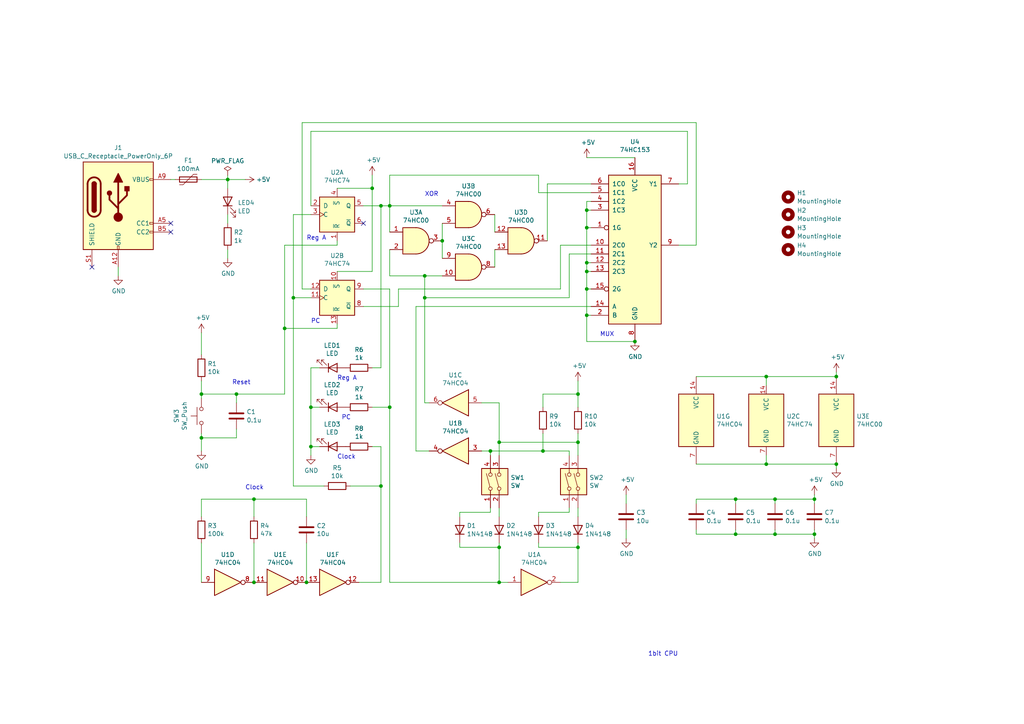
<source format=kicad_sch>
(kicad_sch (version 20230121) (generator eeschema)

  (uuid 2f8d4c0d-994e-4a95-9c5f-4631bee0b2cb)

  (paper "A4")

  (lib_symbols
    (symbol "1bit-cpu-rescue:74HC153-Custom_Library" (pin_names (offset 1.016)) (in_bom yes) (on_board yes)
      (property "Reference" "U" (at -7.62 21.59 0)
        (effects (font (size 1.27 1.27)))
      )
      (property "Value" "Custom_Library_74HC153" (at -7.62 -24.13 0)
        (effects (font (size 1.27 1.27)))
      )
      (property "Footprint" "" (at 0 0 0)
        (effects (font (size 1.27 1.27)) hide)
      )
      (property "Datasheet" "" (at 0 0 0)
        (effects (font (size 1.27 1.27)) hide)
      )
      (property "ki_locked" "" (at 0 0 0)
        (effects (font (size 1.27 1.27)))
      )
      (property "ki_fp_filters" "DIP?16*" (at 0 0 0)
        (effects (font (size 1.27 1.27)) hide)
      )
      (symbol "74HC153-Custom_Library_1_0"
        (pin input inverted (at -12.7 5.08 0) (length 5.08)
          (name "1G" (effects (font (size 1.27 1.27))))
          (number "1" (effects (font (size 1.27 1.27))))
        )
        (pin input line (at -12.7 0 0) (length 5.08)
          (name "2C0" (effects (font (size 1.27 1.27))))
          (number "10" (effects (font (size 1.27 1.27))))
        )
        (pin input line (at -12.7 -2.54 0) (length 5.08)
          (name "2C1" (effects (font (size 1.27 1.27))))
          (number "11" (effects (font (size 1.27 1.27))))
        )
        (pin input line (at -12.7 -5.08 0) (length 5.08)
          (name "2C2" (effects (font (size 1.27 1.27))))
          (number "12" (effects (font (size 1.27 1.27))))
        )
        (pin input line (at -12.7 -7.62 0) (length 5.08)
          (name "2C3" (effects (font (size 1.27 1.27))))
          (number "13" (effects (font (size 1.27 1.27))))
        )
        (pin input line (at -12.7 -17.78 0) (length 5.08)
          (name "A" (effects (font (size 1.27 1.27))))
          (number "14" (effects (font (size 1.27 1.27))))
        )
        (pin input inverted (at -12.7 -12.7 0) (length 5.08)
          (name "2G" (effects (font (size 1.27 1.27))))
          (number "15" (effects (font (size 1.27 1.27))))
        )
        (pin power_in line (at 0 25.4 270) (length 5.08)
          (name "VCC" (effects (font (size 1.27 1.27))))
          (number "16" (effects (font (size 1.27 1.27))))
        )
        (pin input line (at -12.7 -20.32 0) (length 5.08)
          (name "B" (effects (font (size 1.27 1.27))))
          (number "2" (effects (font (size 1.27 1.27))))
        )
        (pin input line (at -12.7 10.16 0) (length 5.08)
          (name "1C3" (effects (font (size 1.27 1.27))))
          (number "3" (effects (font (size 1.27 1.27))))
        )
        (pin input line (at -12.7 12.7 0) (length 5.08)
          (name "1C2" (effects (font (size 1.27 1.27))))
          (number "4" (effects (font (size 1.27 1.27))))
        )
        (pin input line (at -12.7 15.24 0) (length 5.08)
          (name "1C1" (effects (font (size 1.27 1.27))))
          (number "5" (effects (font (size 1.27 1.27))))
        )
        (pin input line (at -12.7 17.78 0) (length 5.08)
          (name "1C0" (effects (font (size 1.27 1.27))))
          (number "6" (effects (font (size 1.27 1.27))))
        )
        (pin output line (at 12.7 17.78 180) (length 5.08)
          (name "Y1" (effects (font (size 1.27 1.27))))
          (number "7" (effects (font (size 1.27 1.27))))
        )
        (pin power_in line (at 0 -27.94 90) (length 5.08)
          (name "GND" (effects (font (size 1.27 1.27))))
          (number "8" (effects (font (size 1.27 1.27))))
        )
        (pin output line (at 12.7 0 180) (length 5.08)
          (name "Y2" (effects (font (size 1.27 1.27))))
          (number "9" (effects (font (size 1.27 1.27))))
        )
      )
      (symbol "74HC153-Custom_Library_1_1"
        (rectangle (start -7.62 20.32) (end 7.62 -22.86)
          (stroke (width 0.254) (type solid))
          (fill (type background))
        )
      )
    )
    (symbol "74xx:74HC00" (pin_names (offset 1.016)) (in_bom yes) (on_board yes)
      (property "Reference" "U" (at 0 1.27 0)
        (effects (font (size 1.27 1.27)))
      )
      (property "Value" "74HC00" (at 0 -1.27 0)
        (effects (font (size 1.27 1.27)))
      )
      (property "Footprint" "" (at 0 0 0)
        (effects (font (size 1.27 1.27)) hide)
      )
      (property "Datasheet" "http://www.ti.com/lit/gpn/sn74hc00" (at 0 0 0)
        (effects (font (size 1.27 1.27)) hide)
      )
      (property "ki_locked" "" (at 0 0 0)
        (effects (font (size 1.27 1.27)))
      )
      (property "ki_keywords" "HCMOS nand 2-input" (at 0 0 0)
        (effects (font (size 1.27 1.27)) hide)
      )
      (property "ki_description" "quad 2-input NAND gate" (at 0 0 0)
        (effects (font (size 1.27 1.27)) hide)
      )
      (property "ki_fp_filters" "DIP*W7.62mm* SO14*" (at 0 0 0)
        (effects (font (size 1.27 1.27)) hide)
      )
      (symbol "74HC00_1_1"
        (arc (start 0 -3.81) (mid 3.7934 0) (end 0 3.81)
          (stroke (width 0.254) (type default))
          (fill (type background))
        )
        (polyline
          (pts
            (xy 0 3.81)
            (xy -3.81 3.81)
            (xy -3.81 -3.81)
            (xy 0 -3.81)
          )
          (stroke (width 0.254) (type default))
          (fill (type background))
        )
        (pin input line (at -7.62 2.54 0) (length 3.81)
          (name "~" (effects (font (size 1.27 1.27))))
          (number "1" (effects (font (size 1.27 1.27))))
        )
        (pin input line (at -7.62 -2.54 0) (length 3.81)
          (name "~" (effects (font (size 1.27 1.27))))
          (number "2" (effects (font (size 1.27 1.27))))
        )
        (pin output inverted (at 7.62 0 180) (length 3.81)
          (name "~" (effects (font (size 1.27 1.27))))
          (number "3" (effects (font (size 1.27 1.27))))
        )
      )
      (symbol "74HC00_1_2"
        (arc (start -3.81 -3.81) (mid -2.589 0) (end -3.81 3.81)
          (stroke (width 0.254) (type default))
          (fill (type none))
        )
        (arc (start -0.6096 -3.81) (mid 2.1842 -2.5851) (end 3.81 0)
          (stroke (width 0.254) (type default))
          (fill (type background))
        )
        (polyline
          (pts
            (xy -3.81 -3.81)
            (xy -0.635 -3.81)
          )
          (stroke (width 0.254) (type default))
          (fill (type background))
        )
        (polyline
          (pts
            (xy -3.81 3.81)
            (xy -0.635 3.81)
          )
          (stroke (width 0.254) (type default))
          (fill (type background))
        )
        (polyline
          (pts
            (xy -0.635 3.81)
            (xy -3.81 3.81)
            (xy -3.81 3.81)
            (xy -3.556 3.4036)
            (xy -3.0226 2.2606)
            (xy -2.6924 1.0414)
            (xy -2.6162 -0.254)
            (xy -2.7686 -1.4986)
            (xy -3.175 -2.7178)
            (xy -3.81 -3.81)
            (xy -3.81 -3.81)
            (xy -0.635 -3.81)
          )
          (stroke (width -25.4) (type default))
          (fill (type background))
        )
        (arc (start 3.81 0) (mid 2.1915 2.5936) (end -0.6096 3.81)
          (stroke (width 0.254) (type default))
          (fill (type background))
        )
        (pin input inverted (at -7.62 2.54 0) (length 4.318)
          (name "~" (effects (font (size 1.27 1.27))))
          (number "1" (effects (font (size 1.27 1.27))))
        )
        (pin input inverted (at -7.62 -2.54 0) (length 4.318)
          (name "~" (effects (font (size 1.27 1.27))))
          (number "2" (effects (font (size 1.27 1.27))))
        )
        (pin output line (at 7.62 0 180) (length 3.81)
          (name "~" (effects (font (size 1.27 1.27))))
          (number "3" (effects (font (size 1.27 1.27))))
        )
      )
      (symbol "74HC00_2_1"
        (arc (start 0 -3.81) (mid 3.7934 0) (end 0 3.81)
          (stroke (width 0.254) (type default))
          (fill (type background))
        )
        (polyline
          (pts
            (xy 0 3.81)
            (xy -3.81 3.81)
            (xy -3.81 -3.81)
            (xy 0 -3.81)
          )
          (stroke (width 0.254) (type default))
          (fill (type background))
        )
        (pin input line (at -7.62 2.54 0) (length 3.81)
          (name "~" (effects (font (size 1.27 1.27))))
          (number "4" (effects (font (size 1.27 1.27))))
        )
        (pin input line (at -7.62 -2.54 0) (length 3.81)
          (name "~" (effects (font (size 1.27 1.27))))
          (number "5" (effects (font (size 1.27 1.27))))
        )
        (pin output inverted (at 7.62 0 180) (length 3.81)
          (name "~" (effects (font (size 1.27 1.27))))
          (number "6" (effects (font (size 1.27 1.27))))
        )
      )
      (symbol "74HC00_2_2"
        (arc (start -3.81 -3.81) (mid -2.589 0) (end -3.81 3.81)
          (stroke (width 0.254) (type default))
          (fill (type none))
        )
        (arc (start -0.6096 -3.81) (mid 2.1842 -2.5851) (end 3.81 0)
          (stroke (width 0.254) (type default))
          (fill (type background))
        )
        (polyline
          (pts
            (xy -3.81 -3.81)
            (xy -0.635 -3.81)
          )
          (stroke (width 0.254) (type default))
          (fill (type background))
        )
        (polyline
          (pts
            (xy -3.81 3.81)
            (xy -0.635 3.81)
          )
          (stroke (width 0.254) (type default))
          (fill (type background))
        )
        (polyline
          (pts
            (xy -0.635 3.81)
            (xy -3.81 3.81)
            (xy -3.81 3.81)
            (xy -3.556 3.4036)
            (xy -3.0226 2.2606)
            (xy -2.6924 1.0414)
            (xy -2.6162 -0.254)
            (xy -2.7686 -1.4986)
            (xy -3.175 -2.7178)
            (xy -3.81 -3.81)
            (xy -3.81 -3.81)
            (xy -0.635 -3.81)
          )
          (stroke (width -25.4) (type default))
          (fill (type background))
        )
        (arc (start 3.81 0) (mid 2.1915 2.5936) (end -0.6096 3.81)
          (stroke (width 0.254) (type default))
          (fill (type background))
        )
        (pin input inverted (at -7.62 2.54 0) (length 4.318)
          (name "~" (effects (font (size 1.27 1.27))))
          (number "4" (effects (font (size 1.27 1.27))))
        )
        (pin input inverted (at -7.62 -2.54 0) (length 4.318)
          (name "~" (effects (font (size 1.27 1.27))))
          (number "5" (effects (font (size 1.27 1.27))))
        )
        (pin output line (at 7.62 0 180) (length 3.81)
          (name "~" (effects (font (size 1.27 1.27))))
          (number "6" (effects (font (size 1.27 1.27))))
        )
      )
      (symbol "74HC00_3_1"
        (arc (start 0 -3.81) (mid 3.7934 0) (end 0 3.81)
          (stroke (width 0.254) (type default))
          (fill (type background))
        )
        (polyline
          (pts
            (xy 0 3.81)
            (xy -3.81 3.81)
            (xy -3.81 -3.81)
            (xy 0 -3.81)
          )
          (stroke (width 0.254) (type default))
          (fill (type background))
        )
        (pin input line (at -7.62 -2.54 0) (length 3.81)
          (name "~" (effects (font (size 1.27 1.27))))
          (number "10" (effects (font (size 1.27 1.27))))
        )
        (pin output inverted (at 7.62 0 180) (length 3.81)
          (name "~" (effects (font (size 1.27 1.27))))
          (number "8" (effects (font (size 1.27 1.27))))
        )
        (pin input line (at -7.62 2.54 0) (length 3.81)
          (name "~" (effects (font (size 1.27 1.27))))
          (number "9" (effects (font (size 1.27 1.27))))
        )
      )
      (symbol "74HC00_3_2"
        (arc (start -3.81 -3.81) (mid -2.589 0) (end -3.81 3.81)
          (stroke (width 0.254) (type default))
          (fill (type none))
        )
        (arc (start -0.6096 -3.81) (mid 2.1842 -2.5851) (end 3.81 0)
          (stroke (width 0.254) (type default))
          (fill (type background))
        )
        (polyline
          (pts
            (xy -3.81 -3.81)
            (xy -0.635 -3.81)
          )
          (stroke (width 0.254) (type default))
          (fill (type background))
        )
        (polyline
          (pts
            (xy -3.81 3.81)
            (xy -0.635 3.81)
          )
          (stroke (width 0.254) (type default))
          (fill (type background))
        )
        (polyline
          (pts
            (xy -0.635 3.81)
            (xy -3.81 3.81)
            (xy -3.81 3.81)
            (xy -3.556 3.4036)
            (xy -3.0226 2.2606)
            (xy -2.6924 1.0414)
            (xy -2.6162 -0.254)
            (xy -2.7686 -1.4986)
            (xy -3.175 -2.7178)
            (xy -3.81 -3.81)
            (xy -3.81 -3.81)
            (xy -0.635 -3.81)
          )
          (stroke (width -25.4) (type default))
          (fill (type background))
        )
        (arc (start 3.81 0) (mid 2.1915 2.5936) (end -0.6096 3.81)
          (stroke (width 0.254) (type default))
          (fill (type background))
        )
        (pin input inverted (at -7.62 -2.54 0) (length 4.318)
          (name "~" (effects (font (size 1.27 1.27))))
          (number "10" (effects (font (size 1.27 1.27))))
        )
        (pin output line (at 7.62 0 180) (length 3.81)
          (name "~" (effects (font (size 1.27 1.27))))
          (number "8" (effects (font (size 1.27 1.27))))
        )
        (pin input inverted (at -7.62 2.54 0) (length 4.318)
          (name "~" (effects (font (size 1.27 1.27))))
          (number "9" (effects (font (size 1.27 1.27))))
        )
      )
      (symbol "74HC00_4_1"
        (arc (start 0 -3.81) (mid 3.7934 0) (end 0 3.81)
          (stroke (width 0.254) (type default))
          (fill (type background))
        )
        (polyline
          (pts
            (xy 0 3.81)
            (xy -3.81 3.81)
            (xy -3.81 -3.81)
            (xy 0 -3.81)
          )
          (stroke (width 0.254) (type default))
          (fill (type background))
        )
        (pin output inverted (at 7.62 0 180) (length 3.81)
          (name "~" (effects (font (size 1.27 1.27))))
          (number "11" (effects (font (size 1.27 1.27))))
        )
        (pin input line (at -7.62 2.54 0) (length 3.81)
          (name "~" (effects (font (size 1.27 1.27))))
          (number "12" (effects (font (size 1.27 1.27))))
        )
        (pin input line (at -7.62 -2.54 0) (length 3.81)
          (name "~" (effects (font (size 1.27 1.27))))
          (number "13" (effects (font (size 1.27 1.27))))
        )
      )
      (symbol "74HC00_4_2"
        (arc (start -3.81 -3.81) (mid -2.589 0) (end -3.81 3.81)
          (stroke (width 0.254) (type default))
          (fill (type none))
        )
        (arc (start -0.6096 -3.81) (mid 2.1842 -2.5851) (end 3.81 0)
          (stroke (width 0.254) (type default))
          (fill (type background))
        )
        (polyline
          (pts
            (xy -3.81 -3.81)
            (xy -0.635 -3.81)
          )
          (stroke (width 0.254) (type default))
          (fill (type background))
        )
        (polyline
          (pts
            (xy -3.81 3.81)
            (xy -0.635 3.81)
          )
          (stroke (width 0.254) (type default))
          (fill (type background))
        )
        (polyline
          (pts
            (xy -0.635 3.81)
            (xy -3.81 3.81)
            (xy -3.81 3.81)
            (xy -3.556 3.4036)
            (xy -3.0226 2.2606)
            (xy -2.6924 1.0414)
            (xy -2.6162 -0.254)
            (xy -2.7686 -1.4986)
            (xy -3.175 -2.7178)
            (xy -3.81 -3.81)
            (xy -3.81 -3.81)
            (xy -0.635 -3.81)
          )
          (stroke (width -25.4) (type default))
          (fill (type background))
        )
        (arc (start 3.81 0) (mid 2.1915 2.5936) (end -0.6096 3.81)
          (stroke (width 0.254) (type default))
          (fill (type background))
        )
        (pin output line (at 7.62 0 180) (length 3.81)
          (name "~" (effects (font (size 1.27 1.27))))
          (number "11" (effects (font (size 1.27 1.27))))
        )
        (pin input inverted (at -7.62 2.54 0) (length 4.318)
          (name "~" (effects (font (size 1.27 1.27))))
          (number "12" (effects (font (size 1.27 1.27))))
        )
        (pin input inverted (at -7.62 -2.54 0) (length 4.318)
          (name "~" (effects (font (size 1.27 1.27))))
          (number "13" (effects (font (size 1.27 1.27))))
        )
      )
      (symbol "74HC00_5_0"
        (pin power_in line (at 0 12.7 270) (length 5.08)
          (name "VCC" (effects (font (size 1.27 1.27))))
          (number "14" (effects (font (size 1.27 1.27))))
        )
        (pin power_in line (at 0 -12.7 90) (length 5.08)
          (name "GND" (effects (font (size 1.27 1.27))))
          (number "7" (effects (font (size 1.27 1.27))))
        )
      )
      (symbol "74HC00_5_1"
        (rectangle (start -5.08 7.62) (end 5.08 -7.62)
          (stroke (width 0.254) (type default))
          (fill (type background))
        )
      )
    )
    (symbol "74xx:74HC04" (in_bom yes) (on_board yes)
      (property "Reference" "U" (at 0 1.27 0)
        (effects (font (size 1.27 1.27)))
      )
      (property "Value" "74HC04" (at 0 -1.27 0)
        (effects (font (size 1.27 1.27)))
      )
      (property "Footprint" "" (at 0 0 0)
        (effects (font (size 1.27 1.27)) hide)
      )
      (property "Datasheet" "https://assets.nexperia.com/documents/data-sheet/74HC_HCT04.pdf" (at 0 0 0)
        (effects (font (size 1.27 1.27)) hide)
      )
      (property "ki_locked" "" (at 0 0 0)
        (effects (font (size 1.27 1.27)))
      )
      (property "ki_keywords" "HCMOS not inv" (at 0 0 0)
        (effects (font (size 1.27 1.27)) hide)
      )
      (property "ki_description" "Hex Inverter" (at 0 0 0)
        (effects (font (size 1.27 1.27)) hide)
      )
      (property "ki_fp_filters" "DIP*W7.62mm* SSOP?14* TSSOP?14*" (at 0 0 0)
        (effects (font (size 1.27 1.27)) hide)
      )
      (symbol "74HC04_1_0"
        (polyline
          (pts
            (xy -3.81 3.81)
            (xy -3.81 -3.81)
            (xy 3.81 0)
            (xy -3.81 3.81)
          )
          (stroke (width 0.254) (type default))
          (fill (type background))
        )
        (pin input line (at -7.62 0 0) (length 3.81)
          (name "~" (effects (font (size 1.27 1.27))))
          (number "1" (effects (font (size 1.27 1.27))))
        )
        (pin output inverted (at 7.62 0 180) (length 3.81)
          (name "~" (effects (font (size 1.27 1.27))))
          (number "2" (effects (font (size 1.27 1.27))))
        )
      )
      (symbol "74HC04_2_0"
        (polyline
          (pts
            (xy -3.81 3.81)
            (xy -3.81 -3.81)
            (xy 3.81 0)
            (xy -3.81 3.81)
          )
          (stroke (width 0.254) (type default))
          (fill (type background))
        )
        (pin input line (at -7.62 0 0) (length 3.81)
          (name "~" (effects (font (size 1.27 1.27))))
          (number "3" (effects (font (size 1.27 1.27))))
        )
        (pin output inverted (at 7.62 0 180) (length 3.81)
          (name "~" (effects (font (size 1.27 1.27))))
          (number "4" (effects (font (size 1.27 1.27))))
        )
      )
      (symbol "74HC04_3_0"
        (polyline
          (pts
            (xy -3.81 3.81)
            (xy -3.81 -3.81)
            (xy 3.81 0)
            (xy -3.81 3.81)
          )
          (stroke (width 0.254) (type default))
          (fill (type background))
        )
        (pin input line (at -7.62 0 0) (length 3.81)
          (name "~" (effects (font (size 1.27 1.27))))
          (number "5" (effects (font (size 1.27 1.27))))
        )
        (pin output inverted (at 7.62 0 180) (length 3.81)
          (name "~" (effects (font (size 1.27 1.27))))
          (number "6" (effects (font (size 1.27 1.27))))
        )
      )
      (symbol "74HC04_4_0"
        (polyline
          (pts
            (xy -3.81 3.81)
            (xy -3.81 -3.81)
            (xy 3.81 0)
            (xy -3.81 3.81)
          )
          (stroke (width 0.254) (type default))
          (fill (type background))
        )
        (pin output inverted (at 7.62 0 180) (length 3.81)
          (name "~" (effects (font (size 1.27 1.27))))
          (number "8" (effects (font (size 1.27 1.27))))
        )
        (pin input line (at -7.62 0 0) (length 3.81)
          (name "~" (effects (font (size 1.27 1.27))))
          (number "9" (effects (font (size 1.27 1.27))))
        )
      )
      (symbol "74HC04_5_0"
        (polyline
          (pts
            (xy -3.81 3.81)
            (xy -3.81 -3.81)
            (xy 3.81 0)
            (xy -3.81 3.81)
          )
          (stroke (width 0.254) (type default))
          (fill (type background))
        )
        (pin output inverted (at 7.62 0 180) (length 3.81)
          (name "~" (effects (font (size 1.27 1.27))))
          (number "10" (effects (font (size 1.27 1.27))))
        )
        (pin input line (at -7.62 0 0) (length 3.81)
          (name "~" (effects (font (size 1.27 1.27))))
          (number "11" (effects (font (size 1.27 1.27))))
        )
      )
      (symbol "74HC04_6_0"
        (polyline
          (pts
            (xy -3.81 3.81)
            (xy -3.81 -3.81)
            (xy 3.81 0)
            (xy -3.81 3.81)
          )
          (stroke (width 0.254) (type default))
          (fill (type background))
        )
        (pin output inverted (at 7.62 0 180) (length 3.81)
          (name "~" (effects (font (size 1.27 1.27))))
          (number "12" (effects (font (size 1.27 1.27))))
        )
        (pin input line (at -7.62 0 0) (length 3.81)
          (name "~" (effects (font (size 1.27 1.27))))
          (number "13" (effects (font (size 1.27 1.27))))
        )
      )
      (symbol "74HC04_7_0"
        (pin power_in line (at 0 12.7 270) (length 5.08)
          (name "VCC" (effects (font (size 1.27 1.27))))
          (number "14" (effects (font (size 1.27 1.27))))
        )
        (pin power_in line (at 0 -12.7 90) (length 5.08)
          (name "GND" (effects (font (size 1.27 1.27))))
          (number "7" (effects (font (size 1.27 1.27))))
        )
      )
      (symbol "74HC04_7_1"
        (rectangle (start -5.08 7.62) (end 5.08 -7.62)
          (stroke (width 0.254) (type default))
          (fill (type background))
        )
      )
    )
    (symbol "74xx:74HC74" (pin_names (offset 1.016)) (in_bom yes) (on_board yes)
      (property "Reference" "U" (at -7.62 8.89 0)
        (effects (font (size 1.27 1.27)))
      )
      (property "Value" "74HC74" (at -7.62 -8.89 0)
        (effects (font (size 1.27 1.27)))
      )
      (property "Footprint" "" (at 0 0 0)
        (effects (font (size 1.27 1.27)) hide)
      )
      (property "Datasheet" "74xx/74hc_hct74.pdf" (at 0 0 0)
        (effects (font (size 1.27 1.27)) hide)
      )
      (property "ki_locked" "" (at 0 0 0)
        (effects (font (size 1.27 1.27)))
      )
      (property "ki_keywords" "TTL DFF" (at 0 0 0)
        (effects (font (size 1.27 1.27)) hide)
      )
      (property "ki_description" "Dual D Flip-flop, Set & Reset" (at 0 0 0)
        (effects (font (size 1.27 1.27)) hide)
      )
      (property "ki_fp_filters" "DIP*W7.62mm*" (at 0 0 0)
        (effects (font (size 1.27 1.27)) hide)
      )
      (symbol "74HC74_1_0"
        (pin input line (at 0 -7.62 90) (length 2.54)
          (name "~{R}" (effects (font (size 1.27 1.27))))
          (number "1" (effects (font (size 1.27 1.27))))
        )
        (pin input line (at -7.62 2.54 0) (length 2.54)
          (name "D" (effects (font (size 1.27 1.27))))
          (number "2" (effects (font (size 1.27 1.27))))
        )
        (pin input clock (at -7.62 0 0) (length 2.54)
          (name "C" (effects (font (size 1.27 1.27))))
          (number "3" (effects (font (size 1.27 1.27))))
        )
        (pin input line (at 0 7.62 270) (length 2.54)
          (name "~{S}" (effects (font (size 1.27 1.27))))
          (number "4" (effects (font (size 1.27 1.27))))
        )
        (pin output line (at 7.62 2.54 180) (length 2.54)
          (name "Q" (effects (font (size 1.27 1.27))))
          (number "5" (effects (font (size 1.27 1.27))))
        )
        (pin output line (at 7.62 -2.54 180) (length 2.54)
          (name "~{Q}" (effects (font (size 1.27 1.27))))
          (number "6" (effects (font (size 1.27 1.27))))
        )
      )
      (symbol "74HC74_1_1"
        (rectangle (start -5.08 5.08) (end 5.08 -5.08)
          (stroke (width 0.254) (type default))
          (fill (type background))
        )
      )
      (symbol "74HC74_2_0"
        (pin input line (at 0 7.62 270) (length 2.54)
          (name "~{S}" (effects (font (size 1.27 1.27))))
          (number "10" (effects (font (size 1.27 1.27))))
        )
        (pin input clock (at -7.62 0 0) (length 2.54)
          (name "C" (effects (font (size 1.27 1.27))))
          (number "11" (effects (font (size 1.27 1.27))))
        )
        (pin input line (at -7.62 2.54 0) (length 2.54)
          (name "D" (effects (font (size 1.27 1.27))))
          (number "12" (effects (font (size 1.27 1.27))))
        )
        (pin input line (at 0 -7.62 90) (length 2.54)
          (name "~{R}" (effects (font (size 1.27 1.27))))
          (number "13" (effects (font (size 1.27 1.27))))
        )
        (pin output line (at 7.62 -2.54 180) (length 2.54)
          (name "~{Q}" (effects (font (size 1.27 1.27))))
          (number "8" (effects (font (size 1.27 1.27))))
        )
        (pin output line (at 7.62 2.54 180) (length 2.54)
          (name "Q" (effects (font (size 1.27 1.27))))
          (number "9" (effects (font (size 1.27 1.27))))
        )
      )
      (symbol "74HC74_2_1"
        (rectangle (start -5.08 5.08) (end 5.08 -5.08)
          (stroke (width 0.254) (type default))
          (fill (type background))
        )
      )
      (symbol "74HC74_3_0"
        (pin power_in line (at 0 10.16 270) (length 2.54)
          (name "VCC" (effects (font (size 1.27 1.27))))
          (number "14" (effects (font (size 1.27 1.27))))
        )
        (pin power_in line (at 0 -10.16 90) (length 2.54)
          (name "GND" (effects (font (size 1.27 1.27))))
          (number "7" (effects (font (size 1.27 1.27))))
        )
      )
      (symbol "74HC74_3_1"
        (rectangle (start -5.08 7.62) (end 5.08 -7.62)
          (stroke (width 0.254) (type default))
          (fill (type background))
        )
      )
    )
    (symbol "Connector:USB_C_Receptacle_PowerOnly_6P" (pin_names (offset 1.016)) (in_bom yes) (on_board yes)
      (property "Reference" "J" (at 0 16.51 0)
        (effects (font (size 1.27 1.27)) (justify bottom))
      )
      (property "Value" "USB_C_Receptacle_PowerOnly_6P" (at 0 13.97 0)
        (effects (font (size 1.27 1.27)) (justify bottom))
      )
      (property "Footprint" "" (at 3.81 2.54 0)
        (effects (font (size 1.27 1.27)) hide)
      )
      (property "Datasheet" "https://www.usb.org/sites/default/files/documents/usb_type-c.zip" (at 0 0 0)
        (effects (font (size 1.27 1.27)) hide)
      )
      (property "ki_keywords" "usb universal serial bus type-C power-only charging-only 6P 6C" (at 0 0 0)
        (effects (font (size 1.27 1.27)) hide)
      )
      (property "ki_description" "USB Power-Only 6P Type-C Receptacle connector" (at 0 0 0)
        (effects (font (size 1.27 1.27)) hide)
      )
      (property "ki_fp_filters" "USB*C*Receptacle*" (at 0 0 0)
        (effects (font (size 1.27 1.27)) hide)
      )
      (symbol "USB_C_Receptacle_PowerOnly_6P_0_0"
        (rectangle (start -0.254 -12.7) (end 0.254 -11.684)
          (stroke (width 0) (type default))
          (fill (type none))
        )
        (rectangle (start 10.16 -7.366) (end 9.144 -7.874)
          (stroke (width 0) (type default))
          (fill (type none))
        )
        (rectangle (start 10.16 -4.826) (end 9.144 -5.334)
          (stroke (width 0) (type default))
          (fill (type none))
        )
        (rectangle (start 10.16 7.874) (end 9.144 7.366)
          (stroke (width 0) (type default))
          (fill (type none))
        )
      )
      (symbol "USB_C_Receptacle_PowerOnly_6P_0_1"
        (rectangle (start -10.16 12.7) (end 10.16 -12.7)
          (stroke (width 0.254) (type default))
          (fill (type background))
        )
        (arc (start -8.89 -1.27) (mid -6.985 -3.1667) (end -5.08 -1.27)
          (stroke (width 0.508) (type default))
          (fill (type none))
        )
        (arc (start -7.62 -1.27) (mid -6.985 -1.9023) (end -6.35 -1.27)
          (stroke (width 0.254) (type default))
          (fill (type none))
        )
        (arc (start -7.62 -1.27) (mid -6.985 -1.9023) (end -6.35 -1.27)
          (stroke (width 0.254) (type default))
          (fill (type outline))
        )
        (rectangle (start -7.62 -1.27) (end -6.35 6.35)
          (stroke (width 0.254) (type default))
          (fill (type outline))
        )
        (arc (start -6.35 6.35) (mid -6.985 6.9823) (end -7.62 6.35)
          (stroke (width 0.254) (type default))
          (fill (type none))
        )
        (arc (start -6.35 6.35) (mid -6.985 6.9823) (end -7.62 6.35)
          (stroke (width 0.254) (type default))
          (fill (type outline))
        )
        (arc (start -5.08 6.35) (mid -6.985 8.2467) (end -8.89 6.35)
          (stroke (width 0.508) (type default))
          (fill (type none))
        )
        (circle (center -2.54 3.683) (radius 0.635)
          (stroke (width 0.254) (type default))
          (fill (type outline))
        )
        (circle (center 0 -3.302) (radius 1.27)
          (stroke (width 0) (type default))
          (fill (type outline))
        )
        (polyline
          (pts
            (xy -8.89 -1.27)
            (xy -8.89 6.35)
          )
          (stroke (width 0.508) (type default))
          (fill (type none))
        )
        (polyline
          (pts
            (xy -5.08 6.35)
            (xy -5.08 -1.27)
          )
          (stroke (width 0.508) (type default))
          (fill (type none))
        )
        (polyline
          (pts
            (xy 0 -3.302)
            (xy 0 6.858)
          )
          (stroke (width 0.508) (type default))
          (fill (type none))
        )
        (polyline
          (pts
            (xy 0 -0.762)
            (xy -2.54 1.778)
            (xy -2.54 3.048)
          )
          (stroke (width 0.508) (type default))
          (fill (type none))
        )
        (polyline
          (pts
            (xy 0 0.508)
            (xy 2.54 3.048)
            (xy 2.54 4.318)
          )
          (stroke (width 0.508) (type default))
          (fill (type none))
        )
        (polyline
          (pts
            (xy -1.27 6.858)
            (xy 0 9.398)
            (xy 1.27 6.858)
            (xy -1.27 6.858)
          )
          (stroke (width 0.254) (type default))
          (fill (type outline))
        )
        (rectangle (start 1.905 4.318) (end 3.175 5.588)
          (stroke (width 0.254) (type default))
          (fill (type outline))
        )
      )
      (symbol "USB_C_Receptacle_PowerOnly_6P_1_1"
        (pin passive line (at 0 -17.78 90) (length 5.08)
          (name "GND" (effects (font (size 1.27 1.27))))
          (number "A12" (effects (font (size 1.27 1.27))))
        )
        (pin bidirectional line (at 15.24 -5.08 180) (length 5.08)
          (name "CC1" (effects (font (size 1.27 1.27))))
          (number "A5" (effects (font (size 1.27 1.27))))
        )
        (pin passive line (at 15.24 7.62 180) (length 5.08)
          (name "VBUS" (effects (font (size 1.27 1.27))))
          (number "A9" (effects (font (size 1.27 1.27))))
        )
        (pin passive line (at 0 -17.78 90) (length 5.08) hide
          (name "GND" (effects (font (size 1.27 1.27))))
          (number "B12" (effects (font (size 1.27 1.27))))
        )
        (pin bidirectional line (at 15.24 -7.62 180) (length 5.08)
          (name "CC2" (effects (font (size 1.27 1.27))))
          (number "B5" (effects (font (size 1.27 1.27))))
        )
        (pin passive line (at 15.24 7.62 180) (length 5.08) hide
          (name "VBUS" (effects (font (size 1.27 1.27))))
          (number "B9" (effects (font (size 1.27 1.27))))
        )
        (pin passive line (at -7.62 -17.78 90) (length 5.08)
          (name "SHIELD" (effects (font (size 1.27 1.27))))
          (number "S1" (effects (font (size 1.27 1.27))))
        )
      )
    )
    (symbol "Device:C" (pin_numbers hide) (pin_names (offset 0.254)) (in_bom yes) (on_board yes)
      (property "Reference" "C" (at 0.635 2.54 0)
        (effects (font (size 1.27 1.27)) (justify left))
      )
      (property "Value" "C" (at 0.635 -2.54 0)
        (effects (font (size 1.27 1.27)) (justify left))
      )
      (property "Footprint" "" (at 0.9652 -3.81 0)
        (effects (font (size 1.27 1.27)) hide)
      )
      (property "Datasheet" "~" (at 0 0 0)
        (effects (font (size 1.27 1.27)) hide)
      )
      (property "ki_keywords" "cap capacitor" (at 0 0 0)
        (effects (font (size 1.27 1.27)) hide)
      )
      (property "ki_description" "Unpolarized capacitor" (at 0 0 0)
        (effects (font (size 1.27 1.27)) hide)
      )
      (property "ki_fp_filters" "C_*" (at 0 0 0)
        (effects (font (size 1.27 1.27)) hide)
      )
      (symbol "C_0_1"
        (polyline
          (pts
            (xy -2.032 -0.762)
            (xy 2.032 -0.762)
          )
          (stroke (width 0.508) (type default))
          (fill (type none))
        )
        (polyline
          (pts
            (xy -2.032 0.762)
            (xy 2.032 0.762)
          )
          (stroke (width 0.508) (type default))
          (fill (type none))
        )
      )
      (symbol "C_1_1"
        (pin passive line (at 0 3.81 270) (length 2.794)
          (name "~" (effects (font (size 1.27 1.27))))
          (number "1" (effects (font (size 1.27 1.27))))
        )
        (pin passive line (at 0 -3.81 90) (length 2.794)
          (name "~" (effects (font (size 1.27 1.27))))
          (number "2" (effects (font (size 1.27 1.27))))
        )
      )
    )
    (symbol "Device:LED" (pin_numbers hide) (pin_names (offset 1.016) hide) (in_bom yes) (on_board yes)
      (property "Reference" "D" (at 0 2.54 0)
        (effects (font (size 1.27 1.27)))
      )
      (property "Value" "LED" (at 0 -2.54 0)
        (effects (font (size 1.27 1.27)))
      )
      (property "Footprint" "" (at 0 0 0)
        (effects (font (size 1.27 1.27)) hide)
      )
      (property "Datasheet" "~" (at 0 0 0)
        (effects (font (size 1.27 1.27)) hide)
      )
      (property "ki_keywords" "LED diode" (at 0 0 0)
        (effects (font (size 1.27 1.27)) hide)
      )
      (property "ki_description" "Light emitting diode" (at 0 0 0)
        (effects (font (size 1.27 1.27)) hide)
      )
      (property "ki_fp_filters" "LED* LED_SMD:* LED_THT:*" (at 0 0 0)
        (effects (font (size 1.27 1.27)) hide)
      )
      (symbol "LED_0_1"
        (polyline
          (pts
            (xy -1.27 -1.27)
            (xy -1.27 1.27)
          )
          (stroke (width 0.254) (type default))
          (fill (type none))
        )
        (polyline
          (pts
            (xy -1.27 0)
            (xy 1.27 0)
          )
          (stroke (width 0) (type default))
          (fill (type none))
        )
        (polyline
          (pts
            (xy 1.27 -1.27)
            (xy 1.27 1.27)
            (xy -1.27 0)
            (xy 1.27 -1.27)
          )
          (stroke (width 0.254) (type default))
          (fill (type none))
        )
        (polyline
          (pts
            (xy -3.048 -0.762)
            (xy -4.572 -2.286)
            (xy -3.81 -2.286)
            (xy -4.572 -2.286)
            (xy -4.572 -1.524)
          )
          (stroke (width 0) (type default))
          (fill (type none))
        )
        (polyline
          (pts
            (xy -1.778 -0.762)
            (xy -3.302 -2.286)
            (xy -2.54 -2.286)
            (xy -3.302 -2.286)
            (xy -3.302 -1.524)
          )
          (stroke (width 0) (type default))
          (fill (type none))
        )
      )
      (symbol "LED_1_1"
        (pin passive line (at -3.81 0 0) (length 2.54)
          (name "K" (effects (font (size 1.27 1.27))))
          (number "1" (effects (font (size 1.27 1.27))))
        )
        (pin passive line (at 3.81 0 180) (length 2.54)
          (name "A" (effects (font (size 1.27 1.27))))
          (number "2" (effects (font (size 1.27 1.27))))
        )
      )
    )
    (symbol "Device:Polyfuse" (pin_numbers hide) (pin_names (offset 0)) (in_bom yes) (on_board yes)
      (property "Reference" "F" (at -2.54 0 90)
        (effects (font (size 1.27 1.27)))
      )
      (property "Value" "Polyfuse" (at 2.54 0 90)
        (effects (font (size 1.27 1.27)))
      )
      (property "Footprint" "" (at 1.27 -5.08 0)
        (effects (font (size 1.27 1.27)) (justify left) hide)
      )
      (property "Datasheet" "~" (at 0 0 0)
        (effects (font (size 1.27 1.27)) hide)
      )
      (property "ki_keywords" "resettable fuse PTC PPTC polyfuse polyswitch" (at 0 0 0)
        (effects (font (size 1.27 1.27)) hide)
      )
      (property "ki_description" "Resettable fuse, polymeric positive temperature coefficient" (at 0 0 0)
        (effects (font (size 1.27 1.27)) hide)
      )
      (property "ki_fp_filters" "*polyfuse* *PTC*" (at 0 0 0)
        (effects (font (size 1.27 1.27)) hide)
      )
      (symbol "Polyfuse_0_1"
        (rectangle (start -0.762 2.54) (end 0.762 -2.54)
          (stroke (width 0.254) (type default))
          (fill (type none))
        )
        (polyline
          (pts
            (xy 0 2.54)
            (xy 0 -2.54)
          )
          (stroke (width 0) (type default))
          (fill (type none))
        )
        (polyline
          (pts
            (xy -1.524 2.54)
            (xy -1.524 1.524)
            (xy 1.524 -1.524)
            (xy 1.524 -2.54)
          )
          (stroke (width 0) (type default))
          (fill (type none))
        )
      )
      (symbol "Polyfuse_1_1"
        (pin passive line (at 0 3.81 270) (length 1.27)
          (name "~" (effects (font (size 1.27 1.27))))
          (number "1" (effects (font (size 1.27 1.27))))
        )
        (pin passive line (at 0 -3.81 90) (length 1.27)
          (name "~" (effects (font (size 1.27 1.27))))
          (number "2" (effects (font (size 1.27 1.27))))
        )
      )
    )
    (symbol "Device:R" (pin_numbers hide) (pin_names (offset 0)) (in_bom yes) (on_board yes)
      (property "Reference" "R" (at 2.032 0 90)
        (effects (font (size 1.27 1.27)))
      )
      (property "Value" "R" (at 0 0 90)
        (effects (font (size 1.27 1.27)))
      )
      (property "Footprint" "" (at -1.778 0 90)
        (effects (font (size 1.27 1.27)) hide)
      )
      (property "Datasheet" "~" (at 0 0 0)
        (effects (font (size 1.27 1.27)) hide)
      )
      (property "ki_keywords" "R res resistor" (at 0 0 0)
        (effects (font (size 1.27 1.27)) hide)
      )
      (property "ki_description" "Resistor" (at 0 0 0)
        (effects (font (size 1.27 1.27)) hide)
      )
      (property "ki_fp_filters" "R_*" (at 0 0 0)
        (effects (font (size 1.27 1.27)) hide)
      )
      (symbol "R_0_1"
        (rectangle (start -1.016 -2.54) (end 1.016 2.54)
          (stroke (width 0.254) (type default))
          (fill (type none))
        )
      )
      (symbol "R_1_1"
        (pin passive line (at 0 3.81 270) (length 1.27)
          (name "~" (effects (font (size 1.27 1.27))))
          (number "1" (effects (font (size 1.27 1.27))))
        )
        (pin passive line (at 0 -3.81 90) (length 1.27)
          (name "~" (effects (font (size 1.27 1.27))))
          (number "2" (effects (font (size 1.27 1.27))))
        )
      )
    )
    (symbol "Diode:1N4148" (pin_numbers hide) (pin_names hide) (in_bom yes) (on_board yes)
      (property "Reference" "D" (at 0 2.54 0)
        (effects (font (size 1.27 1.27)))
      )
      (property "Value" "1N4148" (at 0 -2.54 0)
        (effects (font (size 1.27 1.27)))
      )
      (property "Footprint" "Diode_THT:D_DO-35_SOD27_P7.62mm_Horizontal" (at 0 0 0)
        (effects (font (size 1.27 1.27)) hide)
      )
      (property "Datasheet" "https://assets.nexperia.com/documents/data-sheet/1N4148_1N4448.pdf" (at 0 0 0)
        (effects (font (size 1.27 1.27)) hide)
      )
      (property "Sim.Device" "D" (at 0 0 0)
        (effects (font (size 1.27 1.27)) hide)
      )
      (property "Sim.Pins" "1=K 2=A" (at 0 0 0)
        (effects (font (size 1.27 1.27)) hide)
      )
      (property "ki_keywords" "diode" (at 0 0 0)
        (effects (font (size 1.27 1.27)) hide)
      )
      (property "ki_description" "100V 0.15A standard switching diode, DO-35" (at 0 0 0)
        (effects (font (size 1.27 1.27)) hide)
      )
      (property "ki_fp_filters" "D*DO?35*" (at 0 0 0)
        (effects (font (size 1.27 1.27)) hide)
      )
      (symbol "1N4148_0_1"
        (polyline
          (pts
            (xy -1.27 1.27)
            (xy -1.27 -1.27)
          )
          (stroke (width 0.254) (type default))
          (fill (type none))
        )
        (polyline
          (pts
            (xy 1.27 0)
            (xy -1.27 0)
          )
          (stroke (width 0) (type default))
          (fill (type none))
        )
        (polyline
          (pts
            (xy 1.27 1.27)
            (xy 1.27 -1.27)
            (xy -1.27 0)
            (xy 1.27 1.27)
          )
          (stroke (width 0.254) (type default))
          (fill (type none))
        )
      )
      (symbol "1N4148_1_1"
        (pin passive line (at -3.81 0 0) (length 2.54)
          (name "K" (effects (font (size 1.27 1.27))))
          (number "1" (effects (font (size 1.27 1.27))))
        )
        (pin passive line (at 3.81 0 180) (length 2.54)
          (name "A" (effects (font (size 1.27 1.27))))
          (number "2" (effects (font (size 1.27 1.27))))
        )
      )
    )
    (symbol "Mechanical:MountingHole" (pin_names (offset 1.016)) (in_bom yes) (on_board yes)
      (property "Reference" "H" (at 0 5.08 0)
        (effects (font (size 1.27 1.27)))
      )
      (property "Value" "MountingHole" (at 0 3.175 0)
        (effects (font (size 1.27 1.27)))
      )
      (property "Footprint" "" (at 0 0 0)
        (effects (font (size 1.27 1.27)) hide)
      )
      (property "Datasheet" "~" (at 0 0 0)
        (effects (font (size 1.27 1.27)) hide)
      )
      (property "ki_keywords" "mounting hole" (at 0 0 0)
        (effects (font (size 1.27 1.27)) hide)
      )
      (property "ki_description" "Mounting Hole without connection" (at 0 0 0)
        (effects (font (size 1.27 1.27)) hide)
      )
      (property "ki_fp_filters" "MountingHole*" (at 0 0 0)
        (effects (font (size 1.27 1.27)) hide)
      )
      (symbol "MountingHole_0_1"
        (circle (center 0 0) (radius 1.27)
          (stroke (width 1.27) (type default))
          (fill (type none))
        )
      )
    )
    (symbol "Switch:SW_DIP_x02" (pin_names (offset 0) hide) (in_bom yes) (on_board yes)
      (property "Reference" "SW" (at 0 6.35 0)
        (effects (font (size 1.27 1.27)))
      )
      (property "Value" "SW_DIP_x02" (at 0 -3.81 0)
        (effects (font (size 1.27 1.27)))
      )
      (property "Footprint" "" (at 0 0 0)
        (effects (font (size 1.27 1.27)) hide)
      )
      (property "Datasheet" "~" (at 0 0 0)
        (effects (font (size 1.27 1.27)) hide)
      )
      (property "ki_keywords" "dip switch" (at 0 0 0)
        (effects (font (size 1.27 1.27)) hide)
      )
      (property "ki_description" "2x DIP Switch, Single Pole Single Throw (SPST) switch, small symbol" (at 0 0 0)
        (effects (font (size 1.27 1.27)) hide)
      )
      (property "ki_fp_filters" "SW?DIP?x2*" (at 0 0 0)
        (effects (font (size 1.27 1.27)) hide)
      )
      (symbol "SW_DIP_x02_0_0"
        (circle (center -2.032 0) (radius 0.508)
          (stroke (width 0) (type default))
          (fill (type none))
        )
        (circle (center -2.032 2.54) (radius 0.508)
          (stroke (width 0) (type default))
          (fill (type none))
        )
        (polyline
          (pts
            (xy -1.524 0.127)
            (xy 2.3622 1.1684)
          )
          (stroke (width 0) (type default))
          (fill (type none))
        )
        (polyline
          (pts
            (xy -1.524 2.667)
            (xy 2.3622 3.7084)
          )
          (stroke (width 0) (type default))
          (fill (type none))
        )
        (circle (center 2.032 0) (radius 0.508)
          (stroke (width 0) (type default))
          (fill (type none))
        )
        (circle (center 2.032 2.54) (radius 0.508)
          (stroke (width 0) (type default))
          (fill (type none))
        )
      )
      (symbol "SW_DIP_x02_0_1"
        (rectangle (start -3.81 5.08) (end 3.81 -2.54)
          (stroke (width 0.254) (type default))
          (fill (type background))
        )
      )
      (symbol "SW_DIP_x02_1_1"
        (pin passive line (at -7.62 2.54 0) (length 5.08)
          (name "~" (effects (font (size 1.27 1.27))))
          (number "1" (effects (font (size 1.27 1.27))))
        )
        (pin passive line (at -7.62 0 0) (length 5.08)
          (name "~" (effects (font (size 1.27 1.27))))
          (number "2" (effects (font (size 1.27 1.27))))
        )
        (pin passive line (at 7.62 0 180) (length 5.08)
          (name "~" (effects (font (size 1.27 1.27))))
          (number "3" (effects (font (size 1.27 1.27))))
        )
        (pin passive line (at 7.62 2.54 180) (length 5.08)
          (name "~" (effects (font (size 1.27 1.27))))
          (number "4" (effects (font (size 1.27 1.27))))
        )
      )
    )
    (symbol "Switch:SW_Push" (pin_numbers hide) (pin_names (offset 1.016) hide) (in_bom yes) (on_board yes)
      (property "Reference" "SW" (at 1.27 2.54 0)
        (effects (font (size 1.27 1.27)) (justify left))
      )
      (property "Value" "SW_Push" (at 0 -1.524 0)
        (effects (font (size 1.27 1.27)))
      )
      (property "Footprint" "" (at 0 5.08 0)
        (effects (font (size 1.27 1.27)) hide)
      )
      (property "Datasheet" "~" (at 0 5.08 0)
        (effects (font (size 1.27 1.27)) hide)
      )
      (property "ki_keywords" "switch normally-open pushbutton push-button" (at 0 0 0)
        (effects (font (size 1.27 1.27)) hide)
      )
      (property "ki_description" "Push button switch, generic, two pins" (at 0 0 0)
        (effects (font (size 1.27 1.27)) hide)
      )
      (symbol "SW_Push_0_1"
        (circle (center -2.032 0) (radius 0.508)
          (stroke (width 0) (type default))
          (fill (type none))
        )
        (polyline
          (pts
            (xy 0 1.27)
            (xy 0 3.048)
          )
          (stroke (width 0) (type default))
          (fill (type none))
        )
        (polyline
          (pts
            (xy 2.54 1.27)
            (xy -2.54 1.27)
          )
          (stroke (width 0) (type default))
          (fill (type none))
        )
        (circle (center 2.032 0) (radius 0.508)
          (stroke (width 0) (type default))
          (fill (type none))
        )
        (pin passive line (at -5.08 0 0) (length 2.54)
          (name "1" (effects (font (size 1.27 1.27))))
          (number "1" (effects (font (size 1.27 1.27))))
        )
        (pin passive line (at 5.08 0 180) (length 2.54)
          (name "2" (effects (font (size 1.27 1.27))))
          (number "2" (effects (font (size 1.27 1.27))))
        )
      )
    )
    (symbol "power:+5V" (power) (pin_names (offset 0)) (in_bom yes) (on_board yes)
      (property "Reference" "#PWR" (at 0 -3.81 0)
        (effects (font (size 1.27 1.27)) hide)
      )
      (property "Value" "+5V" (at 0 3.556 0)
        (effects (font (size 1.27 1.27)))
      )
      (property "Footprint" "" (at 0 0 0)
        (effects (font (size 1.27 1.27)) hide)
      )
      (property "Datasheet" "" (at 0 0 0)
        (effects (font (size 1.27 1.27)) hide)
      )
      (property "ki_keywords" "global power" (at 0 0 0)
        (effects (font (size 1.27 1.27)) hide)
      )
      (property "ki_description" "Power symbol creates a global label with name \"+5V\"" (at 0 0 0)
        (effects (font (size 1.27 1.27)) hide)
      )
      (symbol "+5V_0_1"
        (polyline
          (pts
            (xy -0.762 1.27)
            (xy 0 2.54)
          )
          (stroke (width 0) (type default))
          (fill (type none))
        )
        (polyline
          (pts
            (xy 0 0)
            (xy 0 2.54)
          )
          (stroke (width 0) (type default))
          (fill (type none))
        )
        (polyline
          (pts
            (xy 0 2.54)
            (xy 0.762 1.27)
          )
          (stroke (width 0) (type default))
          (fill (type none))
        )
      )
      (symbol "+5V_1_1"
        (pin power_in line (at 0 0 90) (length 0) hide
          (name "+5V" (effects (font (size 1.27 1.27))))
          (number "1" (effects (font (size 1.27 1.27))))
        )
      )
    )
    (symbol "power:GND" (power) (pin_names (offset 0)) (in_bom yes) (on_board yes)
      (property "Reference" "#PWR" (at 0 -6.35 0)
        (effects (font (size 1.27 1.27)) hide)
      )
      (property "Value" "GND" (at 0 -3.81 0)
        (effects (font (size 1.27 1.27)))
      )
      (property "Footprint" "" (at 0 0 0)
        (effects (font (size 1.27 1.27)) hide)
      )
      (property "Datasheet" "" (at 0 0 0)
        (effects (font (size 1.27 1.27)) hide)
      )
      (property "ki_keywords" "global power" (at 0 0 0)
        (effects (font (size 1.27 1.27)) hide)
      )
      (property "ki_description" "Power symbol creates a global label with name \"GND\" , ground" (at 0 0 0)
        (effects (font (size 1.27 1.27)) hide)
      )
      (symbol "GND_0_1"
        (polyline
          (pts
            (xy 0 0)
            (xy 0 -1.27)
            (xy 1.27 -1.27)
            (xy 0 -2.54)
            (xy -1.27 -1.27)
            (xy 0 -1.27)
          )
          (stroke (width 0) (type default))
          (fill (type none))
        )
      )
      (symbol "GND_1_1"
        (pin power_in line (at 0 0 270) (length 0) hide
          (name "GND" (effects (font (size 1.27 1.27))))
          (number "1" (effects (font (size 1.27 1.27))))
        )
      )
    )
    (symbol "power:PWR_FLAG" (power) (pin_numbers hide) (pin_names (offset 0) hide) (in_bom yes) (on_board yes)
      (property "Reference" "#FLG" (at 0 1.905 0)
        (effects (font (size 1.27 1.27)) hide)
      )
      (property "Value" "PWR_FLAG" (at 0 3.81 0)
        (effects (font (size 1.27 1.27)))
      )
      (property "Footprint" "" (at 0 0 0)
        (effects (font (size 1.27 1.27)) hide)
      )
      (property "Datasheet" "~" (at 0 0 0)
        (effects (font (size 1.27 1.27)) hide)
      )
      (property "ki_keywords" "flag power" (at 0 0 0)
        (effects (font (size 1.27 1.27)) hide)
      )
      (property "ki_description" "Special symbol for telling ERC where power comes from" (at 0 0 0)
        (effects (font (size 1.27 1.27)) hide)
      )
      (symbol "PWR_FLAG_0_0"
        (pin power_out line (at 0 0 90) (length 0)
          (name "pwr" (effects (font (size 1.27 1.27))))
          (number "1" (effects (font (size 1.27 1.27))))
        )
      )
      (symbol "PWR_FLAG_0_1"
        (polyline
          (pts
            (xy 0 0)
            (xy 0 1.27)
            (xy -1.016 1.905)
            (xy 0 2.54)
            (xy 1.016 1.905)
            (xy 0 1.27)
          )
          (stroke (width 0) (type default))
          (fill (type none))
        )
      )
    )
  )

  (junction (at 157.48 130.81) (diameter 0) (color 0 0 0 0)
    (uuid 0639e7c9-5fbb-4296-9bcb-e551ca517f23)
  )
  (junction (at 113.03 118.11) (diameter 0) (color 0 0 0 0)
    (uuid 06bf0cc5-b680-466a-ab7a-bdb9498829c7)
  )
  (junction (at 113.03 59.69) (diameter 0) (color 0 0 0 0)
    (uuid 07ce47cb-18f0-4514-a4e2-420ab631d019)
  )
  (junction (at 73.66 144.78) (diameter 0) (color 0 0 0 0)
    (uuid 1806ca55-ff89-475a-985a-11132dbbdaa8)
  )
  (junction (at 213.36 144.78) (diameter 0) (color 0 0 0 0)
    (uuid 1cc0013d-dcf8-4349-90bd-b2387365d4c4)
  )
  (junction (at 58.42 114.3) (diameter 0) (color 0 0 0 0)
    (uuid 1dd9594f-3124-4c98-8140-ba09cd658dc5)
  )
  (junction (at 90.17 129.54) (diameter 0) (color 0 0 0 0)
    (uuid 22dd137c-18c8-4b0b-adce-473326c4f8eb)
  )
  (junction (at 123.19 86.36) (diameter 0) (color 0 0 0 0)
    (uuid 233459a9-e39e-4d3a-9952-25fd11685354)
  )
  (junction (at 242.57 109.22) (diameter 0) (color 0 0 0 0)
    (uuid 27f9f35e-bcc6-41d0-aec9-3af7500a1509)
  )
  (junction (at 167.64 114.3) (diameter 0) (color 0 0 0 0)
    (uuid 3088dd62-6b29-4a0f-abb8-c70fd0193614)
  )
  (junction (at 107.95 54.61) (diameter 0) (color 0 0 0 0)
    (uuid 35241f7c-5b9f-4b08-99e1-5f219c4659f6)
  )
  (junction (at 58.42 127) (diameter 0) (color 0 0 0 0)
    (uuid 35a1a3c5-b859-4c29-8feb-27c88cc0bd22)
  )
  (junction (at 184.15 99.06) (diameter 0) (color 0 0 0 0)
    (uuid 3e8f268c-eb96-4038-8bc9-6320f3ba498d)
  )
  (junction (at 170.18 76.2) (diameter 0) (color 0 0 0 0)
    (uuid 428170d1-c57e-4ab1-b0d4-e79de5499155)
  )
  (junction (at 144.78 158.75) (diameter 0) (color 0 0 0 0)
    (uuid 44de678b-911b-48a3-95cd-065217b7991f)
  )
  (junction (at 222.25 134.62) (diameter 0) (color 0 0 0 0)
    (uuid 49418b5c-3b72-4992-8736-3d8c22289e92)
  )
  (junction (at 144.78 168.91) (diameter 0) (color 0 0 0 0)
    (uuid 4bf492ec-0823-4c29-b6cf-8ec01c7dd88f)
  )
  (junction (at 110.49 140.97) (diameter 0) (color 0 0 0 0)
    (uuid 50440d83-903f-4da9-9f8e-79815e870bc0)
  )
  (junction (at 82.55 95.25) (diameter 0) (color 0 0 0 0)
    (uuid 5a713eab-1a68-460c-9a39-617b7b021196)
  )
  (junction (at 236.22 154.94) (diameter 0) (color 0 0 0 0)
    (uuid 5b5e0dce-082a-4b6c-ad17-04365fb8b36b)
  )
  (junction (at 170.18 66.04) (diameter 0) (color 0 0 0 0)
    (uuid 63d79125-782f-45a4-a7e4-c3b6ddf6c38c)
  )
  (junction (at 88.9 168.91) (diameter 0) (color 0 0 0 0)
    (uuid 6e3a7bd6-6d00-4f76-a34b-ec6797e380ee)
  )
  (junction (at 224.79 144.78) (diameter 0) (color 0 0 0 0)
    (uuid 71031f69-8f4d-46eb-99c6-43979cbe0ebd)
  )
  (junction (at 128.27 69.85) (diameter 0) (color 0 0 0 0)
    (uuid 759b2907-a31b-451f-99b2-92ebadb64329)
  )
  (junction (at 170.18 91.44) (diameter 0) (color 0 0 0 0)
    (uuid 760a0812-ef53-4948-ba1f-e71a2cbe2e83)
  )
  (junction (at 142.24 130.81) (diameter 0) (color 0 0 0 0)
    (uuid 7e78a344-38b8-49f0-8242-1999217b0a12)
  )
  (junction (at 242.57 134.62) (diameter 0) (color 0 0 0 0)
    (uuid 8f80779d-09c9-48c1-9509-9d170beb0cb4)
  )
  (junction (at 73.66 168.91) (diameter 0) (color 0 0 0 0)
    (uuid 8fa1559f-56b9-4e85-ab52-1dd78461befa)
  )
  (junction (at 224.79 154.94) (diameter 0) (color 0 0 0 0)
    (uuid 9276a3b4-b1ac-4791-b6f9-8af8abde855a)
  )
  (junction (at 68.58 114.3) (diameter 0) (color 0 0 0 0)
    (uuid 96c4a8ac-922d-409a-a1b0-1b528b35d841)
  )
  (junction (at 222.25 109.22) (diameter 0) (color 0 0 0 0)
    (uuid 9742fecd-9d66-44ee-ab63-7a78b2315c29)
  )
  (junction (at 123.19 80.01) (diameter 0) (color 0 0 0 0)
    (uuid a0e451fe-0cae-4b0a-8b2d-f568b39ccafb)
  )
  (junction (at 170.18 78.74) (diameter 0) (color 0 0 0 0)
    (uuid b6221949-7db8-4c93-bc57-3fd9acc3fa5d)
  )
  (junction (at 167.64 128.27) (diameter 0) (color 0 0 0 0)
    (uuid b757517b-6137-4cc6-88e0-a5f7d680644e)
  )
  (junction (at 90.17 118.11) (diameter 0) (color 0 0 0 0)
    (uuid bdd11463-1104-4675-9e63-8bec5a7211cc)
  )
  (junction (at 144.78 128.27) (diameter 0) (color 0 0 0 0)
    (uuid caf0647b-7127-4dc4-8f4a-b0573ea2cfea)
  )
  (junction (at 213.36 154.94) (diameter 0) (color 0 0 0 0)
    (uuid d0a20262-e7f9-4cbd-a26d-90569c700ac4)
  )
  (junction (at 110.49 59.69) (diameter 0) (color 0 0 0 0)
    (uuid d4440216-7350-46b9-a34f-632f576a1f9f)
  )
  (junction (at 85.09 86.36) (diameter 0) (color 0 0 0 0)
    (uuid d4f68184-c19d-402f-9ca7-4545d6b7fa33)
  )
  (junction (at 236.22 144.78) (diameter 0) (color 0 0 0 0)
    (uuid d8e0707c-f7bb-4acc-8e73-26fe4e52c279)
  )
  (junction (at 66.04 52.07) (diameter 0) (color 0 0 0 0)
    (uuid daddf4e8-4351-41c1-b39b-ae6510d744e8)
  )
  (junction (at 170.18 60.96) (diameter 0) (color 0 0 0 0)
    (uuid f07bf22d-32ae-4a38-9d27-230bd1ed418a)
  )
  (junction (at 167.64 158.75) (diameter 0) (color 0 0 0 0)
    (uuid f3223dde-bdeb-4813-b218-52e163df4a3c)
  )
  (junction (at 170.18 83.82) (diameter 0) (color 0 0 0 0)
    (uuid fb35da7b-5bbf-4116-bce3-9202d4bb6798)
  )

  (no_connect (at 49.53 64.77) (uuid 2ccdf486-814d-4594-a164-e7a30009473f))
  (no_connect (at 26.67 77.47) (uuid 59455bd1-dc1a-4854-93bc-5268f72683b9))
  (no_connect (at 49.53 67.31) (uuid 7a224692-13a9-46a1-8a4e-cc561e67cf62))
  (no_connect (at 105.41 64.77) (uuid ca3f592d-0a17-4274-a89e-2a043939b2b5))

  (wire (pts (xy 170.18 76.2) (xy 170.18 66.04))
    (stroke (width 0) (type default))
    (uuid 02d58bcc-84b2-4779-9a63-c03f9e983b3a)
  )
  (wire (pts (xy 143.51 67.31) (xy 143.51 62.23))
    (stroke (width 0) (type default))
    (uuid 02e176eb-d793-4cbe-ba31-320e91ff2da0)
  )
  (wire (pts (xy 213.36 153.67) (xy 213.36 154.94))
    (stroke (width 0) (type default))
    (uuid 0534156d-eb1b-4fbc-8b0f-11979605b0b8)
  )
  (wire (pts (xy 101.6 140.97) (xy 110.49 140.97))
    (stroke (width 0) (type default))
    (uuid 066a1e1f-004a-4ed9-a79a-a75346573caf)
  )
  (wire (pts (xy 113.03 72.39) (xy 113.03 80.01))
    (stroke (width 0) (type default))
    (uuid 06742c00-daab-4db2-8feb-343a7dab940f)
  )
  (wire (pts (xy 113.03 50.8) (xy 156.21 50.8))
    (stroke (width 0) (type default))
    (uuid 09ec087a-7884-428b-8ce1-a5f3e48e9d19)
  )
  (wire (pts (xy 113.03 118.11) (xy 113.03 168.91))
    (stroke (width 0) (type default))
    (uuid 0b36f568-121c-499d-860b-fae85721c5d1)
  )
  (wire (pts (xy 82.55 71.12) (xy 82.55 95.25))
    (stroke (width 0) (type default))
    (uuid 0bf9906a-ae6a-47e3-83d2-877f994e3162)
  )
  (wire (pts (xy 242.57 135.89) (xy 242.57 134.62))
    (stroke (width 0) (type default))
    (uuid 0ef3de97-6be5-4978-9017-f3af69313443)
  )
  (wire (pts (xy 58.42 114.3) (xy 58.42 110.49))
    (stroke (width 0) (type default))
    (uuid 1281baea-11ce-4f40-ac17-72d26ac24906)
  )
  (wire (pts (xy 242.57 109.22) (xy 242.57 107.95))
    (stroke (width 0) (type default))
    (uuid 1685dc61-452e-4a42-8f3b-d7e270270f34)
  )
  (wire (pts (xy 196.85 71.12) (xy 201.93 71.12))
    (stroke (width 0) (type default))
    (uuid 1899167a-981d-4438-b2ab-19ff031d9555)
  )
  (wire (pts (xy 201.93 109.22) (xy 222.25 109.22))
    (stroke (width 0) (type default))
    (uuid 18d4a724-86b5-4e34-9c4c-6426330c1ec1)
  )
  (wire (pts (xy 113.03 59.69) (xy 128.27 59.69))
    (stroke (width 0) (type default))
    (uuid 190ddaac-d1c5-437e-be16-2e9d7de2cbc2)
  )
  (wire (pts (xy 171.45 91.44) (xy 170.18 91.44))
    (stroke (width 0) (type default))
    (uuid 19bbfacb-92c6-4029-bcc4-3c08d1a04822)
  )
  (wire (pts (xy 181.61 143.51) (xy 181.61 146.05))
    (stroke (width 0) (type default))
    (uuid 1b0c7634-7c85-4145-a2ec-b5e7b56723ec)
  )
  (wire (pts (xy 58.42 144.78) (xy 73.66 144.78))
    (stroke (width 0) (type default))
    (uuid 1c7cfa29-09aa-4986-ac09-74ae02b90a8f)
  )
  (wire (pts (xy 133.35 148.59) (xy 142.24 148.59))
    (stroke (width 0) (type default))
    (uuid 1d2e474d-1125-4fd7-b868-cae0a50f0344)
  )
  (wire (pts (xy 201.93 134.62) (xy 222.25 134.62))
    (stroke (width 0) (type default))
    (uuid 1dc49897-2355-494d-8a22-436daa766d88)
  )
  (wire (pts (xy 133.35 157.48) (xy 133.35 158.75))
    (stroke (width 0) (type default))
    (uuid 1f0de7f0-e246-4c79-bc90-99bb84f74d30)
  )
  (wire (pts (xy 224.79 153.67) (xy 224.79 154.94))
    (stroke (width 0) (type default))
    (uuid 20dc54c3-b8fc-4dd1-833f-957ad34d99c4)
  )
  (wire (pts (xy 157.48 114.3) (xy 167.64 114.3))
    (stroke (width 0) (type default))
    (uuid 215351a6-72c2-4910-811d-96e592c08b2a)
  )
  (wire (pts (xy 73.66 157.48) (xy 73.66 168.91))
    (stroke (width 0) (type default))
    (uuid 21a358f7-5c69-48e7-9726-257e69baf942)
  )
  (wire (pts (xy 167.64 110.49) (xy 167.64 114.3))
    (stroke (width 0) (type default))
    (uuid 22a0ade7-3b7a-4dff-9339-868a83ba1332)
  )
  (wire (pts (xy 201.93 144.78) (xy 213.36 144.78))
    (stroke (width 0) (type default))
    (uuid 2419d3a4-564c-4acd-88fc-54da76f37760)
  )
  (wire (pts (xy 171.45 73.66) (xy 165.1 73.66))
    (stroke (width 0) (type default))
    (uuid 249a7a10-8c6a-4162-a225-465f96591ae3)
  )
  (wire (pts (xy 165.1 86.36) (xy 123.19 86.36))
    (stroke (width 0) (type default))
    (uuid 27b6749e-bb0d-4691-a86d-5bbbd48a1128)
  )
  (wire (pts (xy 110.49 59.69) (xy 110.49 106.68))
    (stroke (width 0) (type default))
    (uuid 29aebe25-60ca-4d7b-9228-37a3f087168d)
  )
  (wire (pts (xy 236.22 146.05) (xy 236.22 144.78))
    (stroke (width 0) (type default))
    (uuid 2b33499c-2e1a-482a-91fd-4727c3e4412a)
  )
  (wire (pts (xy 167.64 128.27) (xy 144.78 128.27))
    (stroke (width 0) (type default))
    (uuid 2cbe632c-485c-4987-985a-631532fd7320)
  )
  (wire (pts (xy 139.7 116.84) (xy 144.78 116.84))
    (stroke (width 0) (type default))
    (uuid 33a9f3e5-7b5a-4495-8302-43e707574b91)
  )
  (wire (pts (xy 105.41 83.82) (xy 113.03 83.82))
    (stroke (width 0) (type default))
    (uuid 347c81c5-651f-41d3-bcef-a9fceadf7cde)
  )
  (wire (pts (xy 167.64 125.73) (xy 167.64 128.27))
    (stroke (width 0) (type default))
    (uuid 35a1f38f-c7aa-4756-b00a-9abf28a27827)
  )
  (wire (pts (xy 113.03 67.31) (xy 113.03 59.69))
    (stroke (width 0) (type default))
    (uuid 36faa6aa-625b-4bf0-96af-f389041fba2d)
  )
  (wire (pts (xy 90.17 106.68) (xy 90.17 118.11))
    (stroke (width 0) (type default))
    (uuid 3705b0a4-fdd3-4f16-92e3-66a146c7e8e6)
  )
  (wire (pts (xy 170.18 78.74) (xy 170.18 76.2))
    (stroke (width 0) (type default))
    (uuid 391f6a9d-2441-4561-866e-a9702541fd19)
  )
  (wire (pts (xy 58.42 127) (xy 68.58 127))
    (stroke (width 0) (type default))
    (uuid 394184a4-4f10-4297-974d-5ecbd5519229)
  )
  (wire (pts (xy 87.63 83.82) (xy 90.17 83.82))
    (stroke (width 0) (type default))
    (uuid 3bb225f4-1a3f-45a0-b91f-e140d078e33f)
  )
  (wire (pts (xy 224.79 144.78) (xy 236.22 144.78))
    (stroke (width 0) (type default))
    (uuid 3c1e0e28-33ea-4774-a075-d595df3a54a6)
  )
  (wire (pts (xy 158.75 53.34) (xy 171.45 53.34))
    (stroke (width 0) (type default))
    (uuid 3f945df4-502c-42b4-baca-70e86236a410)
  )
  (wire (pts (xy 222.25 134.62) (xy 242.57 134.62))
    (stroke (width 0) (type default))
    (uuid 437282e1-ddcf-4772-b4b9-4955f43e3737)
  )
  (wire (pts (xy 58.42 114.3) (xy 68.58 114.3))
    (stroke (width 0) (type default))
    (uuid 487eb587-b075-4c13-b484-22bdb4e53bab)
  )
  (wire (pts (xy 120.65 88.9) (xy 171.45 88.9))
    (stroke (width 0) (type default))
    (uuid 49c92663-7ba5-48e1-80ed-ade586773087)
  )
  (wire (pts (xy 156.21 50.8) (xy 156.21 55.88))
    (stroke (width 0) (type default))
    (uuid 4c9e65f3-bad3-4f64-a069-2337747c71fd)
  )
  (wire (pts (xy 142.24 130.81) (xy 139.7 130.81))
    (stroke (width 0) (type default))
    (uuid 4cba8e70-75b1-466f-b6f0-725f1770b117)
  )
  (wire (pts (xy 87.63 35.56) (xy 87.63 83.82))
    (stroke (width 0) (type default))
    (uuid 502a8b54-10a6-4e28-b25d-a35764faa47e)
  )
  (wire (pts (xy 236.22 153.67) (xy 236.22 154.94))
    (stroke (width 0) (type default))
    (uuid 5068533b-e1e4-4a00-ad28-6a817e067ca3)
  )
  (wire (pts (xy 107.95 78.74) (xy 97.79 78.74))
    (stroke (width 0) (type default))
    (uuid 51ceb212-4cd2-4a99-bfad-338f1eb55802)
  )
  (wire (pts (xy 156.21 158.75) (xy 167.64 158.75))
    (stroke (width 0) (type default))
    (uuid 52f44c63-0654-402e-9ff8-1d0258355a16)
  )
  (wire (pts (xy 143.51 77.47) (xy 143.51 72.39))
    (stroke (width 0) (type default))
    (uuid 56309022-a98b-470b-ba39-213e2b46cb4f)
  )
  (wire (pts (xy 120.65 130.81) (xy 124.46 130.81))
    (stroke (width 0) (type default))
    (uuid 576da549-5e18-4d21-a31b-f25d74caaed4)
  )
  (wire (pts (xy 156.21 55.88) (xy 171.45 55.88))
    (stroke (width 0) (type default))
    (uuid 57ced1a2-d795-4e51-b9db-d0804f978f1d)
  )
  (wire (pts (xy 90.17 129.54) (xy 90.17 132.08))
    (stroke (width 0) (type default))
    (uuid 5a64ad45-48ed-4dae-8ddc-d51324d31b8c)
  )
  (wire (pts (xy 58.42 96.52) (xy 58.42 102.87))
    (stroke (width 0) (type default))
    (uuid 5af136e0-5882-4364-b22e-528ad9f97400)
  )
  (wire (pts (xy 113.03 83.82) (xy 113.03 118.11))
    (stroke (width 0) (type default))
    (uuid 5b7ce039-64c7-45dc-864e-118382e04c80)
  )
  (wire (pts (xy 171.45 58.42) (xy 170.18 58.42))
    (stroke (width 0) (type default))
    (uuid 5bd3a7a7-21eb-4b59-9bd2-42e223863721)
  )
  (wire (pts (xy 144.78 157.48) (xy 144.78 158.75))
    (stroke (width 0) (type default))
    (uuid 5c84da00-df10-405f-96f3-284834f4875d)
  )
  (wire (pts (xy 222.25 109.22) (xy 222.25 111.76))
    (stroke (width 0) (type default))
    (uuid 5e0f458d-0616-46e2-a298-2156308ddaf1)
  )
  (wire (pts (xy 71.12 52.07) (xy 66.04 52.07))
    (stroke (width 0) (type default))
    (uuid 5f5ddef7-3bb8-47a8-89b8-22b0dfd556c3)
  )
  (wire (pts (xy 107.95 54.61) (xy 107.95 78.74))
    (stroke (width 0) (type default))
    (uuid 620fdd2a-e45b-4134-98b8-2a8ab5d36173)
  )
  (wire (pts (xy 236.22 143.51) (xy 236.22 144.78))
    (stroke (width 0) (type default))
    (uuid 659eec5a-18e5-4793-b13e-79c6ac9efc0a)
  )
  (wire (pts (xy 201.93 144.78) (xy 201.93 146.05))
    (stroke (width 0) (type default))
    (uuid 6919aa79-597d-4a64-ae04-ba09888542ae)
  )
  (wire (pts (xy 82.55 95.25) (xy 82.55 114.3))
    (stroke (width 0) (type default))
    (uuid 69a7c030-7ca5-4389-9f66-e375a0352991)
  )
  (wire (pts (xy 156.21 157.48) (xy 156.21 158.75))
    (stroke (width 0) (type default))
    (uuid 6a1bd4e0-9a75-4338-8c16-6f1d9c906251)
  )
  (wire (pts (xy 201.93 154.94) (xy 213.36 154.94))
    (stroke (width 0) (type default))
    (uuid 6a9c2b87-e647-48e4-9a28-555b47310275)
  )
  (wire (pts (xy 222.25 132.08) (xy 222.25 134.62))
    (stroke (width 0) (type default))
    (uuid 6c6f6e06-f671-472a-ae9f-97acabc0d25b)
  )
  (wire (pts (xy 82.55 71.12) (xy 97.79 71.12))
    (stroke (width 0) (type default))
    (uuid 6cd908b2-3e50-492e-b4dc-2fe1b2ec3b3b)
  )
  (wire (pts (xy 171.45 66.04) (xy 170.18 66.04))
    (stroke (width 0) (type default))
    (uuid 6cf03363-a1f0-4183-b59c-6f73afb9d79a)
  )
  (wire (pts (xy 201.93 35.56) (xy 87.63 35.56))
    (stroke (width 0) (type default))
    (uuid 72670083-f436-48e9-a370-6c56d45a6abe)
  )
  (wire (pts (xy 92.71 118.11) (xy 90.17 118.11))
    (stroke (width 0) (type default))
    (uuid 72e00089-f01c-4c81-a14f-8e45652edb78)
  )
  (wire (pts (xy 82.55 95.25) (xy 97.79 95.25))
    (stroke (width 0) (type default))
    (uuid 731c09ba-ea9c-4e61-ace9-77e998fd1ae1)
  )
  (wire (pts (xy 224.79 146.05) (xy 224.79 144.78))
    (stroke (width 0) (type default))
    (uuid 7593c134-de8d-4f65-b9a5-aefeb693ac41)
  )
  (wire (pts (xy 50.8 52.07) (xy 49.53 52.07))
    (stroke (width 0) (type default))
    (uuid 76bd50bb-acbe-421f-bec8-06f2ccc9c744)
  )
  (wire (pts (xy 199.39 53.34) (xy 199.39 38.1))
    (stroke (width 0) (type default))
    (uuid 77d62325-3b3f-49c0-9a4e-6f73ae07d758)
  )
  (wire (pts (xy 110.49 59.69) (xy 113.03 59.69))
    (stroke (width 0) (type default))
    (uuid 7835ad0b-68a3-42c3-b75b-b2b407a8191f)
  )
  (wire (pts (xy 171.45 78.74) (xy 170.18 78.74))
    (stroke (width 0) (type default))
    (uuid 7be25858-c573-4de3-bd90-56c39b27dc43)
  )
  (wire (pts (xy 107.95 106.68) (xy 110.49 106.68))
    (stroke (width 0) (type default))
    (uuid 7bf72239-774c-489b-b905-df169e32bfcd)
  )
  (wire (pts (xy 167.64 114.3) (xy 167.64 118.11))
    (stroke (width 0) (type default))
    (uuid 7c6102dd-a7ef-4351-8711-84205d876934)
  )
  (wire (pts (xy 147.32 168.91) (xy 144.78 168.91))
    (stroke (width 0) (type default))
    (uuid 7d5741e1-be89-4bba-9a6b-7a6e8715cd8d)
  )
  (wire (pts (xy 115.57 83.82) (xy 162.56 83.82))
    (stroke (width 0) (type default))
    (uuid 7ec3c98a-c744-4743-a3eb-0133196e4ded)
  )
  (wire (pts (xy 58.42 157.48) (xy 58.42 168.91))
    (stroke (width 0) (type default))
    (uuid 83a55245-b8af-4b1a-b7ab-f4247322d13e)
  )
  (wire (pts (xy 105.41 59.69) (xy 110.49 59.69))
    (stroke (width 0) (type default))
    (uuid 851bd29b-d6b8-4163-a479-2e43232d8d4a)
  )
  (wire (pts (xy 196.85 53.34) (xy 199.39 53.34))
    (stroke (width 0) (type default))
    (uuid 8584e7e7-3225-439a-955d-f1845b8d2481)
  )
  (wire (pts (xy 68.58 114.3) (xy 82.55 114.3))
    (stroke (width 0) (type default))
    (uuid 86190e77-b946-4fc0-b744-2549eaeb1d0a)
  )
  (wire (pts (xy 123.19 86.36) (xy 123.19 80.01))
    (stroke (width 0) (type default))
    (uuid 8702e325-a733-4568-bd07-765a71653de2)
  )
  (wire (pts (xy 167.64 168.91) (xy 167.64 158.75))
    (stroke (width 0) (type default))
    (uuid 87fdfe50-35c2-46a0-8511-d4de7f97eb74)
  )
  (wire (pts (xy 162.56 83.82) (xy 162.56 71.12))
    (stroke (width 0) (type default))
    (uuid 88be35c3-36bd-40bd-8f7d-225a305400d3)
  )
  (wire (pts (xy 34.29 77.47) (xy 34.29 80.01))
    (stroke (width 0) (type default))
    (uuid 8a94ee10-35e7-4418-9e16-8cbeb03cd57e)
  )
  (wire (pts (xy 165.1 73.66) (xy 165.1 86.36))
    (stroke (width 0) (type default))
    (uuid 8aa451ec-a264-48da-8f29-0b2cbb0d7571)
  )
  (wire (pts (xy 170.18 45.72) (xy 184.15 45.72))
    (stroke (width 0) (type default))
    (uuid 8b422124-4f1a-4766-875e-b68999c2d9e2)
  )
  (wire (pts (xy 68.58 114.3) (xy 68.58 116.84))
    (stroke (width 0) (type default))
    (uuid 8ca80c0c-74e0-46b2-a21a-6bfb39afd3b1)
  )
  (wire (pts (xy 213.36 144.78) (xy 213.36 146.05))
    (stroke (width 0) (type default))
    (uuid 8def353c-f406-48e3-9c9a-a71fdbd4a10c)
  )
  (wire (pts (xy 92.71 129.54) (xy 90.17 129.54))
    (stroke (width 0) (type default))
    (uuid 8fc879ae-05af-4bdf-a618-075e6fdc1962)
  )
  (wire (pts (xy 213.36 154.94) (xy 224.79 154.94))
    (stroke (width 0) (type default))
    (uuid 90267bd7-2a2c-4fec-9437-08c3651113c5)
  )
  (wire (pts (xy 88.9 157.48) (xy 88.9 168.91))
    (stroke (width 0) (type default))
    (uuid 9066e0cb-658d-412c-adc6-5f610cf3258c)
  )
  (wire (pts (xy 199.39 38.1) (xy 90.17 38.1))
    (stroke (width 0) (type default))
    (uuid 920b9f76-0c6f-4064-9df2-464b29a30c28)
  )
  (wire (pts (xy 181.61 153.67) (xy 181.61 156.21))
    (stroke (width 0) (type default))
    (uuid 94eaf1e1-782f-4c56-bcb6-a093d2a8f708)
  )
  (wire (pts (xy 85.09 86.36) (xy 85.09 140.97))
    (stroke (width 0) (type default))
    (uuid 958bfd76-560c-4161-966e-5575284edf38)
  )
  (wire (pts (xy 236.22 156.21) (xy 236.22 154.94))
    (stroke (width 0) (type default))
    (uuid 966664bf-6a00-4ead-b75c-dce067a60303)
  )
  (wire (pts (xy 110.49 129.54) (xy 107.95 129.54))
    (stroke (width 0) (type default))
    (uuid 97051b7d-cf33-40e4-8e11-089a4511a2a2)
  )
  (wire (pts (xy 120.65 88.9) (xy 120.65 130.81))
    (stroke (width 0) (type default))
    (uuid 9727d970-6f26-484b-8689-35014cf4b3ab)
  )
  (wire (pts (xy 85.09 140.97) (xy 93.98 140.97))
    (stroke (width 0) (type default))
    (uuid 991a1a7f-a698-4ab4-aed6-67e1cba815b1)
  )
  (wire (pts (xy 157.48 118.11) (xy 157.48 114.3))
    (stroke (width 0) (type default))
    (uuid a0149970-a815-4b7c-808b-017fec200c75)
  )
  (wire (pts (xy 105.41 88.9) (xy 115.57 88.9))
    (stroke (width 0) (type default))
    (uuid a0b561e6-f65f-4bf3-a2c8-10e6c8df731d)
  )
  (wire (pts (xy 142.24 130.81) (xy 157.48 130.81))
    (stroke (width 0) (type default))
    (uuid a467e360-c570-4efd-bf38-8fa4d775cabd)
  )
  (wire (pts (xy 66.04 62.23) (xy 66.04 64.77))
    (stroke (width 0) (type default))
    (uuid a4e3dd62-c91e-4487-a9f6-3265da30c6c9)
  )
  (wire (pts (xy 90.17 62.23) (xy 85.09 62.23))
    (stroke (width 0) (type default))
    (uuid a51341e2-56fa-46d0-bd87-e560d67df5c4)
  )
  (wire (pts (xy 170.18 99.06) (xy 170.18 91.44))
    (stroke (width 0) (type default))
    (uuid a51e1abb-6db5-4ae9-bae5-956d028d1a48)
  )
  (wire (pts (xy 170.18 66.04) (xy 170.18 60.96))
    (stroke (width 0) (type default))
    (uuid a54ee5f4-91f0-4065-afea-c27b0f87ad19)
  )
  (wire (pts (xy 171.45 76.2) (xy 170.18 76.2))
    (stroke (width 0) (type default))
    (uuid a5885b69-d6d2-42f1-87ab-fc15fa1d4e5b)
  )
  (wire (pts (xy 97.79 69.85) (xy 97.79 71.12))
    (stroke (width 0) (type default))
    (uuid aa61a760-2cc6-47e9-bc79-d8b61c1ae73c)
  )
  (wire (pts (xy 66.04 74.93) (xy 66.04 72.39))
    (stroke (width 0) (type default))
    (uuid ad745488-5fe1-49aa-989b-c773c37d6873)
  )
  (wire (pts (xy 115.57 88.9) (xy 115.57 83.82))
    (stroke (width 0) (type default))
    (uuid b263ccbd-855e-4fe9-9c60-f1fd09e3a145)
  )
  (wire (pts (xy 92.71 106.68) (xy 90.17 106.68))
    (stroke (width 0) (type default))
    (uuid b4b1cf88-72bd-42be-ac79-6ce3754a1f0d)
  )
  (wire (pts (xy 66.04 50.8) (xy 66.04 52.07))
    (stroke (width 0) (type default))
    (uuid b7682810-1023-4c23-96ee-c90c244446e0)
  )
  (wire (pts (xy 144.78 158.75) (xy 144.78 168.91))
    (stroke (width 0) (type default))
    (uuid b7801743-4eee-479f-8fa7-e16ffb9c37a8)
  )
  (wire (pts (xy 171.45 60.96) (xy 170.18 60.96))
    (stroke (width 0) (type default))
    (uuid b7fe9d28-2153-4f34-9d85-3487b329d0f6)
  )
  (wire (pts (xy 167.64 158.75) (xy 167.64 157.48))
    (stroke (width 0) (type default))
    (uuid b8e9077c-27d2-4d13-ad81-0dabdb1ad8b7)
  )
  (wire (pts (xy 113.03 168.91) (xy 144.78 168.91))
    (stroke (width 0) (type default))
    (uuid bb266594-0384-48c4-b7cc-64fbe3951d7c)
  )
  (wire (pts (xy 133.35 149.86) (xy 133.35 148.59))
    (stroke (width 0) (type default))
    (uuid bcd6cfa0-dbec-47db-be48-d7e7f1e4f6ac)
  )
  (wire (pts (xy 213.36 144.78) (xy 224.79 144.78))
    (stroke (width 0) (type default))
    (uuid bd20ccbc-388f-4532-8502-cd904e42e834)
  )
  (wire (pts (xy 201.93 71.12) (xy 201.93 35.56))
    (stroke (width 0) (type default))
    (uuid bee86b77-2fa2-4dfa-be58-57e77d30059a)
  )
  (wire (pts (xy 162.56 71.12) (xy 171.45 71.12))
    (stroke (width 0) (type default))
    (uuid bfa4cc8e-a9e9-461c-8727-359622120c18)
  )
  (wire (pts (xy 104.14 168.91) (xy 110.49 168.91))
    (stroke (width 0) (type default))
    (uuid bfc119e8-13e1-4501-a705-df5f41c4e8ce)
  )
  (wire (pts (xy 88.9 144.78) (xy 88.9 149.86))
    (stroke (width 0) (type default))
    (uuid c01b56f4-d9ce-43d5-bec7-8a91c44ac71f)
  )
  (wire (pts (xy 144.78 116.84) (xy 144.78 128.27))
    (stroke (width 0) (type default))
    (uuid c083978b-d963-4085-8b9a-08f4fff2a7a2)
  )
  (wire (pts (xy 58.42 149.86) (xy 58.42 144.78))
    (stroke (width 0) (type default))
    (uuid c19cea57-9271-4b9d-8e71-7e979e85eaa1)
  )
  (wire (pts (xy 110.49 140.97) (xy 110.49 168.91))
    (stroke (width 0) (type default))
    (uuid c2662b3a-a2e2-4d7d-9d91-704ef25ecc5a)
  )
  (wire (pts (xy 73.66 144.78) (xy 73.66 149.86))
    (stroke (width 0) (type default))
    (uuid c32a09c9-9427-4994-9c06-46b2ecd1057e)
  )
  (wire (pts (xy 142.24 132.08) (xy 142.24 130.81))
    (stroke (width 0) (type default))
    (uuid c3a07d59-3dcc-4746-b905-6e98d2e698bb)
  )
  (wire (pts (xy 133.35 158.75) (xy 144.78 158.75))
    (stroke (width 0) (type default))
    (uuid c3f13b8b-6729-4bfc-b1a0-bed87ba737f7)
  )
  (wire (pts (xy 167.64 147.32) (xy 167.64 149.86))
    (stroke (width 0) (type default))
    (uuid c5cf4d6a-8653-407c-bbb6-81538c9ec5b8)
  )
  (wire (pts (xy 236.22 154.94) (xy 224.79 154.94))
    (stroke (width 0) (type default))
    (uuid c6fb0a5b-d6cd-4def-843d-e89cb1194fac)
  )
  (wire (pts (xy 90.17 118.11) (xy 90.17 129.54))
    (stroke (width 0) (type default))
    (uuid c99e20ff-e9e3-481c-bc08-38d7b04bbf7c)
  )
  (wire (pts (xy 123.19 80.01) (xy 128.27 80.01))
    (stroke (width 0) (type default))
    (uuid ca89c5cf-f307-4844-92bb-8208bca63ed7)
  )
  (wire (pts (xy 170.18 83.82) (xy 170.18 78.74))
    (stroke (width 0) (type default))
    (uuid cc45073b-003b-4123-bd50-0a85f4f79b75)
  )
  (wire (pts (xy 156.21 149.86) (xy 156.21 148.59))
    (stroke (width 0) (type default))
    (uuid cc670176-eff9-425b-b8c8-1443fa291c21)
  )
  (wire (pts (xy 165.1 130.81) (xy 165.1 132.08))
    (stroke (width 0) (type default))
    (uuid cdd3ce1f-2386-477c-9065-dcec9b3fb8d1)
  )
  (wire (pts (xy 128.27 64.77) (xy 128.27 69.85))
    (stroke (width 0) (type default))
    (uuid ce8ecfb5-af42-4b25-bfd9-10408f810189)
  )
  (wire (pts (xy 107.95 118.11) (xy 113.03 118.11))
    (stroke (width 0) (type default))
    (uuid cf1b1b3c-eb40-4160-98e3-cde114370960)
  )
  (wire (pts (xy 58.42 115.57) (xy 58.42 114.3))
    (stroke (width 0) (type default))
    (uuid d3425b92-9511-4389-a6dc-a6ec6686d6ba)
  )
  (wire (pts (xy 128.27 69.85) (xy 128.27 74.93))
    (stroke (width 0) (type default))
    (uuid d3c14194-189d-46f2-a272-a1f291d24769)
  )
  (wire (pts (xy 97.79 93.98) (xy 97.79 95.25))
    (stroke (width 0) (type default))
    (uuid d4596032-7877-47ec-abc1-be59d4b0c02a)
  )
  (wire (pts (xy 110.49 129.54) (xy 110.49 140.97))
    (stroke (width 0) (type default))
    (uuid d5c154be-f583-474c-885a-b7b89121beb6)
  )
  (wire (pts (xy 170.18 60.96) (xy 170.18 58.42))
    (stroke (width 0) (type default))
    (uuid d5df4feb-ce59-4baf-8179-6116d8a2cd84)
  )
  (wire (pts (xy 165.1 148.59) (xy 165.1 147.32))
    (stroke (width 0) (type default))
    (uuid d6527c6f-2159-4dde-a768-787a052ec7d0)
  )
  (wire (pts (xy 162.56 168.91) (xy 167.64 168.91))
    (stroke (width 0) (type default))
    (uuid d8284002-ffc2-4f2a-9cad-54ff47a7842c)
  )
  (wire (pts (xy 167.64 128.27) (xy 167.64 132.08))
    (stroke (width 0) (type default))
    (uuid ddbdac00-41d1-4ed8-b9ad-ffb81e02074c)
  )
  (wire (pts (xy 58.42 127) (xy 58.42 125.73))
    (stroke (width 0) (type default))
    (uuid e3a5f0e8-9ec4-4ada-a6eb-5afefa57370c)
  )
  (wire (pts (xy 158.75 69.85) (xy 158.75 53.34))
    (stroke (width 0) (type default))
    (uuid e4a0ad17-6e5a-4f29-b4f5-90ce1bb0e193)
  )
  (wire (pts (xy 156.21 148.59) (xy 165.1 148.59))
    (stroke (width 0) (type default))
    (uuid e4ef8fd3-7567-46e2-bc98-8f6cfc5adfa7)
  )
  (wire (pts (xy 201.93 154.94) (xy 201.93 153.67))
    (stroke (width 0) (type default))
    (uuid e6ca02da-17e7-469e-a772-bf95a190bf8d)
  )
  (wire (pts (xy 68.58 124.46) (xy 68.58 127))
    (stroke (width 0) (type default))
    (uuid e76881b7-38e2-47a0-80ea-d96935cd69a4)
  )
  (wire (pts (xy 113.03 59.69) (xy 113.03 50.8))
    (stroke (width 0) (type default))
    (uuid e7eb3e77-ba3e-4a24-b267-64371dcc9d30)
  )
  (wire (pts (xy 171.45 83.82) (xy 170.18 83.82))
    (stroke (width 0) (type default))
    (uuid e852b4c0-cbfa-460d-8564-0e56095ba87d)
  )
  (wire (pts (xy 142.24 147.32) (xy 142.24 148.59))
    (stroke (width 0) (type default))
    (uuid e9343233-c2d1-4420-926d-0aea5d6528e4)
  )
  (wire (pts (xy 144.78 128.27) (xy 144.78 132.08))
    (stroke (width 0) (type default))
    (uuid ea036a68-8b1f-4e11-86fa-a2257c9fae88)
  )
  (wire (pts (xy 170.18 91.44) (xy 170.18 83.82))
    (stroke (width 0) (type default))
    (uuid eac887cf-f02b-4e3e-b1e1-f69e425e1e09)
  )
  (wire (pts (xy 123.19 116.84) (xy 123.19 86.36))
    (stroke (width 0) (type default))
    (uuid ebe72a1e-fcb0-4776-b7d7-5cf12785207e)
  )
  (wire (pts (xy 58.42 52.07) (xy 66.04 52.07))
    (stroke (width 0) (type default))
    (uuid ed7db1e7-abb7-4a4e-9a16-33aa6af643a2)
  )
  (wire (pts (xy 157.48 125.73) (xy 157.48 130.81))
    (stroke (width 0) (type default))
    (uuid ee8c11a3-0cd0-4bc3-887c-4befa3ed9c7b)
  )
  (wire (pts (xy 222.25 109.22) (xy 242.57 109.22))
    (stroke (width 0) (type default))
    (uuid ef7415b7-117f-4b12-bfda-052a67a12d7d)
  )
  (wire (pts (xy 90.17 38.1) (xy 90.17 59.69))
    (stroke (width 0) (type default))
    (uuid f1655917-42ed-4b41-b590-f7f884726c87)
  )
  (wire (pts (xy 113.03 80.01) (xy 123.19 80.01))
    (stroke (width 0) (type default))
    (uuid f1c7c021-5260-49ca-8dc9-0aa872f8eef9)
  )
  (wire (pts (xy 144.78 147.32) (xy 144.78 149.86))
    (stroke (width 0) (type default))
    (uuid f48fd9f4-78ef-4e9b-9253-0643d9790d4c)
  )
  (wire (pts (xy 107.95 54.61) (xy 97.79 54.61))
    (stroke (width 0) (type default))
    (uuid f614c367-3bff-4621-990c-423658408a42)
  )
  (wire (pts (xy 124.46 116.84) (xy 123.19 116.84))
    (stroke (width 0) (type default))
    (uuid f70098c2-dd96-4fcf-9cb2-6de179bfb52c)
  )
  (wire (pts (xy 107.95 50.8) (xy 107.95 54.61))
    (stroke (width 0) (type default))
    (uuid f8f7f267-d698-4148-a37e-a7231e42125e)
  )
  (wire (pts (xy 85.09 62.23) (xy 85.09 86.36))
    (stroke (width 0) (type default))
    (uuid f9323c54-825d-41f2-910d-e0a4e46dc64d)
  )
  (wire (pts (xy 90.17 86.36) (xy 85.09 86.36))
    (stroke (width 0) (type default))
    (uuid fb6235d9-996d-46e2-8e26-5137dc191e95)
  )
  (wire (pts (xy 58.42 127) (xy 58.42 130.81))
    (stroke (width 0) (type default))
    (uuid fb993712-61ac-4e0c-88fe-be08ac0f1ab7)
  )
  (wire (pts (xy 157.48 130.81) (xy 165.1 130.81))
    (stroke (width 0) (type default))
    (uuid fd6960ca-56ae-4892-9857-3a1468da4c0c)
  )
  (wire (pts (xy 66.04 52.07) (xy 66.04 54.61))
    (stroke (width 0) (type default))
    (uuid feca46c6-7221-473c-9aac-6b84ba05b921)
  )
  (wire (pts (xy 170.18 99.06) (xy 184.15 99.06))
    (stroke (width 0) (type default))
    (uuid ff72cf68-cf02-457b-9d37-7787a85b253a)
  )
  (wire (pts (xy 73.66 144.78) (xy 88.9 144.78))
    (stroke (width 0) (type default))
    (uuid ffc60ab5-8cb8-4dc4-a194-09cbff59fdf5)
  )

  (text "Reg A" (at 88.9 69.85 0)
    (effects (font (size 1.27 1.27)) (justify left bottom))
    (uuid 009664b4-0b21-4edd-99ae-18b56059863f)
  )
  (text "Reg A" (at 97.79 110.49 0)
    (effects (font (size 1.27 1.27)) (justify left bottom))
    (uuid 06bcb3f8-bb63-4803-86da-42064b02826e)
  )
  (text "Clock" (at 71.12 142.24 0)
    (effects (font (size 1.27 1.27)) (justify left bottom))
    (uuid 0e4bd0f7-c4c9-4032-890a-3ca340e9741c)
  )
  (text "1bit CPU" (at 187.96 190.5 0)
    (effects (font (size 1.27 1.27)) (justify left bottom))
    (uuid 6081a83f-f422-450b-bae9-08db58804778)
  )
  (text "Clock" (at 97.79 133.35 0)
    (effects (font (size 1.27 1.27)) (justify left bottom))
    (uuid 6a53848d-61e1-42d9-a6a9-0c3919f4f233)
  )
  (text "MUX" (at 173.99 97.79 0)
    (effects (font (size 1.27 1.27)) (justify left bottom))
    (uuid 6d981a73-1b1e-4878-b49c-d8b1ff599634)
  )
  (text "PC" (at 90.17 93.98 0)
    (effects (font (size 1.27 1.27)) (justify left bottom))
    (uuid 782514e7-5429-41e0-bd4f-af5ab02bedb1)
  )
  (text "PC" (at 99.06 121.92 0)
    (effects (font (size 1.27 1.27)) (justify left bottom))
    (uuid 7ca70c27-45ae-4c9b-ad5c-e65c154f5716)
  )
  (text "Reset" (at 67.31 111.76 0)
    (effects (font (size 1.27 1.27)) (justify left bottom))
    (uuid d527d523-6aae-4305-bc00-f2ebcc819889)
  )
  (text "XOR" (at 123.19 57.15 0)
    (effects (font (size 1.27 1.27)) (justify left bottom))
    (uuid f6eb6974-7431-46d3-9f99-ffbd6f14f94f)
  )

  (symbol (lib_id "Switch:SW_DIP_x02") (at 144.78 139.7 90) (unit 1)
    (in_bom yes) (on_board yes) (dnp no)
    (uuid 00000000-0000-0000-0000-000060c5e707)
    (property "Reference" "SW1" (at 148.082 138.5316 90)
      (effects (font (size 1.27 1.27)) (justify right))
    )
    (property "Value" "SW" (at 148.082 140.843 90)
      (effects (font (size 1.27 1.27)) (justify right))
    )
    (property "Footprint" "Button_Switch_THT:SW_DIP_SPSTx02_Slide_9.78x7.26mm_W7.62mm_P2.54mm" (at 144.78 139.7 0)
      (effects (font (size 1.27 1.27)) hide)
    )
    (property "Datasheet" "~" (at 144.78 139.7 0)
      (effects (font (size 1.27 1.27)) hide)
    )
    (pin "1" (uuid fd67fc4e-e349-419c-b023-4b1e83efcb5b))
    (pin "2" (uuid c5fc5b9e-a104-41e8-8e64-acd45d4867ae))
    (pin "3" (uuid 1680d61e-82d1-4541-a8e6-1767850e892e))
    (pin "4" (uuid d2bc7dd1-a351-434a-aa10-86973ed3513c))
    (instances
      (project "1bit-cpu"
        (path "/2f8d4c0d-994e-4a95-9c5f-4631bee0b2cb"
          (reference "SW1") (unit 1)
        )
      )
    )
  )

  (symbol (lib_id "Switch:SW_DIP_x02") (at 167.64 139.7 90) (unit 1)
    (in_bom yes) (on_board yes) (dnp no)
    (uuid 00000000-0000-0000-0000-000060c5ef5b)
    (property "Reference" "SW2" (at 170.942 138.5316 90)
      (effects (font (size 1.27 1.27)) (justify right))
    )
    (property "Value" "SW" (at 170.942 140.843 90)
      (effects (font (size 1.27 1.27)) (justify right))
    )
    (property "Footprint" "Button_Switch_THT:SW_DIP_SPSTx02_Slide_9.78x7.26mm_W7.62mm_P2.54mm" (at 167.64 139.7 0)
      (effects (font (size 1.27 1.27)) hide)
    )
    (property "Datasheet" "~" (at 167.64 139.7 0)
      (effects (font (size 1.27 1.27)) hide)
    )
    (pin "1" (uuid 09a671d3-a901-4fba-a734-444ecfccb45a))
    (pin "2" (uuid bb72904f-4fd8-4a79-bb17-c235d5e66220))
    (pin "3" (uuid 5551bebd-03dc-4001-bf19-055754b8c799))
    (pin "4" (uuid 268636e7-ae67-4955-b2c0-d9fdc76eef3c))
    (instances
      (project "1bit-cpu"
        (path "/2f8d4c0d-994e-4a95-9c5f-4631bee0b2cb"
          (reference "SW2") (unit 1)
        )
      )
    )
  )

  (symbol (lib_id "Device:R") (at 97.79 140.97 90) (mirror x) (unit 1)
    (in_bom yes) (on_board yes) (dnp no)
    (uuid 00000000-0000-0000-0000-000060c633bb)
    (property "Reference" "R5" (at 97.79 135.7122 90)
      (effects (font (size 1.27 1.27)))
    )
    (property "Value" "10k" (at 97.79 138.0236 90)
      (effects (font (size 1.27 1.27)))
    )
    (property "Footprint" "Resistor_THT:R_Axial_DIN0207_L6.3mm_D2.5mm_P7.62mm_Horizontal" (at 97.79 139.192 90)
      (effects (font (size 1.27 1.27)) hide)
    )
    (property "Datasheet" "~" (at 97.79 140.97 0)
      (effects (font (size 1.27 1.27)) hide)
    )
    (pin "1" (uuid 423710db-9edd-40a0-bf82-d92ae66eacd3))
    (pin "2" (uuid 1b4ce288-aff1-4f15-b6b6-0f0396a976ca))
    (instances
      (project "1bit-cpu"
        (path "/2f8d4c0d-994e-4a95-9c5f-4631bee0b2cb"
          (reference "R5") (unit 1)
        )
      )
    )
  )

  (symbol (lib_id "Device:R") (at 157.48 121.92 0) (unit 1)
    (in_bom yes) (on_board yes) (dnp no)
    (uuid 00000000-0000-0000-0000-000060c68227)
    (property "Reference" "R9" (at 159.258 120.7516 0)
      (effects (font (size 1.27 1.27)) (justify left))
    )
    (property "Value" "10k" (at 159.258 123.063 0)
      (effects (font (size 1.27 1.27)) (justify left))
    )
    (property "Footprint" "Resistor_THT:R_Axial_DIN0207_L6.3mm_D2.5mm_P7.62mm_Horizontal" (at 155.702 121.92 90)
      (effects (font (size 1.27 1.27)) hide)
    )
    (property "Datasheet" "~" (at 157.48 121.92 0)
      (effects (font (size 1.27 1.27)) hide)
    )
    (pin "1" (uuid 13276af2-2c99-4ba6-a65b-ff73f7214a55))
    (pin "2" (uuid 6fb611b6-6083-45be-b1eb-92e6dc06c802))
    (instances
      (project "1bit-cpu"
        (path "/2f8d4c0d-994e-4a95-9c5f-4631bee0b2cb"
          (reference "R9") (unit 1)
        )
      )
    )
  )

  (symbol (lib_id "Device:R") (at 167.64 121.92 0) (unit 1)
    (in_bom yes) (on_board yes) (dnp no)
    (uuid 00000000-0000-0000-0000-000060c68de9)
    (property "Reference" "R10" (at 169.418 120.7516 0)
      (effects (font (size 1.27 1.27)) (justify left))
    )
    (property "Value" "10k" (at 169.418 123.063 0)
      (effects (font (size 1.27 1.27)) (justify left))
    )
    (property "Footprint" "Resistor_THT:R_Axial_DIN0207_L6.3mm_D2.5mm_P7.62mm_Horizontal" (at 165.862 121.92 90)
      (effects (font (size 1.27 1.27)) hide)
    )
    (property "Datasheet" "~" (at 167.64 121.92 0)
      (effects (font (size 1.27 1.27)) hide)
    )
    (pin "1" (uuid 3c29282f-56ef-473e-a5bd-a71d5b0d025a))
    (pin "2" (uuid 982e86c0-698e-4cff-be0a-d6f44c3b2f54))
    (instances
      (project "1bit-cpu"
        (path "/2f8d4c0d-994e-4a95-9c5f-4631bee0b2cb"
          (reference "R10") (unit 1)
        )
      )
    )
  )

  (symbol (lib_id "74xx:74HC04") (at 154.94 168.91 0) (unit 1)
    (in_bom yes) (on_board yes) (dnp no)
    (uuid 00000000-0000-0000-0000-000060c791d0)
    (property "Reference" "U1" (at 154.94 160.8582 0)
      (effects (font (size 1.27 1.27)))
    )
    (property "Value" "74HC04" (at 154.94 163.1696 0)
      (effects (font (size 1.27 1.27)))
    )
    (property "Footprint" "Package_DIP:DIP-14_W7.62mm_Socket" (at 154.94 168.91 0)
      (effects (font (size 1.27 1.27)) hide)
    )
    (property "Datasheet" "https://assets.nexperia.com/documents/data-sheet/74HC_HCT04.pdf" (at 154.94 168.91 0)
      (effects (font (size 1.27 1.27)) hide)
    )
    (pin "1" (uuid 46c79808-26ce-431a-962d-03040e5283fa))
    (pin "2" (uuid 1129cf6f-b05f-4d81-a2ff-576b697bf2ae))
    (pin "3" (uuid 50fdc5f7-b38e-4304-9e0f-6eae614d1f22))
    (pin "4" (uuid 001b14a2-fce9-4a10-9f71-0bcb1fbd2e8f))
    (pin "5" (uuid 021db392-ccb4-49b1-b0d9-698da2400b33))
    (pin "6" (uuid 675d20dc-e311-4b7a-9be6-79ec79382738))
    (pin "8" (uuid 87b4a08a-1197-43b4-92fe-7b8f4fef81b0))
    (pin "9" (uuid 170360d3-394b-4bab-b829-b05383b364da))
    (pin "10" (uuid c0fd66f5-0afb-429a-bd90-6ecc76a60b48))
    (pin "11" (uuid d17467bd-58c2-47e1-bc70-107c9c618714))
    (pin "12" (uuid fe1d9057-b856-4f7d-b274-62ca23c1a852))
    (pin "13" (uuid d77d20c1-fc6a-4759-be6d-cc687d6bcf98))
    (pin "14" (uuid 8809d545-509c-472b-beb2-4a43031c2527))
    (pin "7" (uuid c5eada48-4ed5-4da2-9e1e-94ff8a483dc7))
    (instances
      (project "1bit-cpu"
        (path "/2f8d4c0d-994e-4a95-9c5f-4631bee0b2cb"
          (reference "U1") (unit 1)
        )
      )
    )
  )

  (symbol (lib_id "power:+5V") (at 167.64 110.49 0) (unit 1)
    (in_bom yes) (on_board yes) (dnp no)
    (uuid 00000000-0000-0000-0000-000060c84e84)
    (property "Reference" "#PWR08" (at 167.64 114.3 0)
      (effects (font (size 1.27 1.27)) hide)
    )
    (property "Value" "+5V" (at 168.021 106.0958 0)
      (effects (font (size 1.27 1.27)))
    )
    (property "Footprint" "" (at 167.64 110.49 0)
      (effects (font (size 1.27 1.27)) hide)
    )
    (property "Datasheet" "" (at 167.64 110.49 0)
      (effects (font (size 1.27 1.27)) hide)
    )
    (pin "1" (uuid 0960f214-9cd3-4a00-b054-1ca59a924095))
    (instances
      (project "1bit-cpu"
        (path "/2f8d4c0d-994e-4a95-9c5f-4631bee0b2cb"
          (reference "#PWR08") (unit 1)
        )
      )
    )
  )

  (symbol (lib_id "74xx:74HC04") (at 132.08 130.81 0) (mirror y) (unit 2)
    (in_bom yes) (on_board yes) (dnp no)
    (uuid 00000000-0000-0000-0000-000060c883b7)
    (property "Reference" "U1" (at 132.08 122.7582 0)
      (effects (font (size 1.27 1.27)))
    )
    (property "Value" "74HC04" (at 132.08 125.0696 0)
      (effects (font (size 1.27 1.27)))
    )
    (property "Footprint" "Package_DIP:DIP-14_W7.62mm_Socket" (at 132.08 130.81 0)
      (effects (font (size 1.27 1.27)) hide)
    )
    (property "Datasheet" "https://assets.nexperia.com/documents/data-sheet/74HC_HCT04.pdf" (at 132.08 130.81 0)
      (effects (font (size 1.27 1.27)) hide)
    )
    (pin "1" (uuid 4d8cedcc-a169-4664-875a-9b52033251e8))
    (pin "2" (uuid ea54db8b-1d0a-45db-ac88-b46bbd11d9be))
    (pin "3" (uuid d6910409-52ce-436c-bd14-e0286f058a0a))
    (pin "4" (uuid 98f52e45-d4f7-456e-94d7-64b4fd9efc5f))
    (pin "5" (uuid 00e8ff84-f9f6-40dd-983f-dabdc1e1643e))
    (pin "6" (uuid a19daf57-b80d-4c34-b3f4-90150aebfc17))
    (pin "8" (uuid b78b9680-bf5b-4456-b278-c9f3544d3bad))
    (pin "9" (uuid b3ed91a8-f221-4220-8d41-d4eb99d36662))
    (pin "10" (uuid 70f1d6dd-b19c-42d4-b922-dd676870dd53))
    (pin "11" (uuid 3c698a81-e520-45b7-aa5d-f8003aec88a3))
    (pin "12" (uuid 9f4324ee-8e81-4123-92dd-e8d644bc19fe))
    (pin "13" (uuid 50970f44-8f5d-4e00-a245-64f439c9b82f))
    (pin "14" (uuid 89e12b15-39e3-4b36-8e6a-511de5f42d48))
    (pin "7" (uuid c2f15ebb-b17c-478f-b80e-0ffd6ae6ce32))
    (instances
      (project "1bit-cpu"
        (path "/2f8d4c0d-994e-4a95-9c5f-4631bee0b2cb"
          (reference "U1") (unit 2)
        )
      )
    )
  )

  (symbol (lib_id "74xx:74HC04") (at 132.08 116.84 0) (mirror y) (unit 3)
    (in_bom yes) (on_board yes) (dnp no)
    (uuid 00000000-0000-0000-0000-000060c95f2a)
    (property "Reference" "U1" (at 132.08 108.7882 0)
      (effects (font (size 1.27 1.27)))
    )
    (property "Value" "74HC04" (at 132.08 111.0996 0)
      (effects (font (size 1.27 1.27)))
    )
    (property "Footprint" "Package_DIP:DIP-14_W7.62mm_Socket" (at 132.08 116.84 0)
      (effects (font (size 1.27 1.27)) hide)
    )
    (property "Datasheet" "https://assets.nexperia.com/documents/data-sheet/74HC_HCT04.pdf" (at 132.08 116.84 0)
      (effects (font (size 1.27 1.27)) hide)
    )
    (pin "1" (uuid bab5b10f-5b94-459f-aa91-3cba88f74fe9))
    (pin "2" (uuid beab86b8-114f-4829-a8d4-c43e2b29e7f2))
    (pin "3" (uuid 5ec15674-83b1-4b72-84a4-171a1da402b5))
    (pin "4" (uuid d436d704-fdba-482c-a05e-467ce49d2c01))
    (pin "5" (uuid 3c40ca94-a299-47f9-8233-e8cd37361055))
    (pin "6" (uuid e4fef53c-62e1-4bfc-b742-97f7d9e70154))
    (pin "8" (uuid e43cfb1d-1abe-494c-9e45-e74b0d81b678))
    (pin "9" (uuid 9c6e822d-6599-4602-a725-f750d1ec5642))
    (pin "10" (uuid 940e6298-3045-490d-b45b-8bb5c7e3fe12))
    (pin "11" (uuid a348f1b4-6fa2-4b77-bbd8-ca5ad2d13ad6))
    (pin "12" (uuid 644999e8-91fb-4f2c-bfb8-83c63c480e1c))
    (pin "13" (uuid 2d15f94e-072c-4817-ba6f-5e5489e9f586))
    (pin "14" (uuid 7d863b52-e534-4326-80fc-00cd5af7103e))
    (pin "7" (uuid daee75ff-4e42-4df0-a416-2818207cf9f2))
    (instances
      (project "1bit-cpu"
        (path "/2f8d4c0d-994e-4a95-9c5f-4631bee0b2cb"
          (reference "U1") (unit 3)
        )
      )
    )
  )

  (symbol (lib_id "74xx:74HC74") (at 97.79 62.23 0) (unit 1)
    (in_bom yes) (on_board yes) (dnp no)
    (uuid 00000000-0000-0000-0000-000060ca5ea9)
    (property "Reference" "U2" (at 97.79 50.0126 0)
      (effects (font (size 1.27 1.27)))
    )
    (property "Value" "74HC74" (at 97.79 52.324 0)
      (effects (font (size 1.27 1.27)))
    )
    (property "Footprint" "Package_DIP:DIP-14_W7.62mm_Socket" (at 97.79 62.23 0)
      (effects (font (size 1.27 1.27)) hide)
    )
    (property "Datasheet" "74xx/74hc_hct74.pdf" (at 97.79 62.23 0)
      (effects (font (size 1.27 1.27)) hide)
    )
    (pin "1" (uuid e02e8603-cd24-4126-aefd-01978a8d0dfe))
    (pin "2" (uuid 2a5cb71b-c6a9-4afc-b9d7-e6034536e574))
    (pin "3" (uuid ba5b1125-23fd-4900-9df4-2d98c883a48f))
    (pin "4" (uuid f7904411-f115-4de7-8767-74c862cb5c84))
    (pin "5" (uuid 6a45df20-83ee-409d-a7d3-0e0939c583b0))
    (pin "6" (uuid 7bb59a93-fe05-4470-b431-20840bf35b82))
    (pin "10" (uuid 4e0bb245-46b8-46e8-830d-e93d1d253666))
    (pin "11" (uuid bdcd7aa3-05b3-480d-8eda-04305bcbb501))
    (pin "12" (uuid 06178c43-5078-46a0-80bf-1e1dce9002e9))
    (pin "13" (uuid 7b431c1f-2789-4f04-8e83-819c529b05e7))
    (pin "8" (uuid b962ddce-439b-463e-a4a3-043e84fe8282))
    (pin "9" (uuid 94ac6e72-0d8d-427b-afae-1b1a9ee8cc08))
    (pin "14" (uuid c45d7cef-179c-441c-8855-1a6f034bacb0))
    (pin "7" (uuid b6f3951c-fbf8-4b84-9fef-d23e8dd091bb))
    (instances
      (project "1bit-cpu"
        (path "/2f8d4c0d-994e-4a95-9c5f-4631bee0b2cb"
          (reference "U2") (unit 1)
        )
      )
    )
  )

  (symbol (lib_id "74xx:74HC74") (at 97.79 86.36 0) (unit 2)
    (in_bom yes) (on_board yes) (dnp no)
    (uuid 00000000-0000-0000-0000-000060ca69a9)
    (property "Reference" "U2" (at 97.79 74.1426 0)
      (effects (font (size 1.27 1.27)))
    )
    (property "Value" "74HC74" (at 97.79 76.454 0)
      (effects (font (size 1.27 1.27)))
    )
    (property "Footprint" "Package_DIP:DIP-14_W7.62mm_Socket" (at 97.79 86.36 0)
      (effects (font (size 1.27 1.27)) hide)
    )
    (property "Datasheet" "74xx/74hc_hct74.pdf" (at 97.79 86.36 0)
      (effects (font (size 1.27 1.27)) hide)
    )
    (pin "1" (uuid 5e3cbc60-28cb-4e94-bd84-eb24408b60c6))
    (pin "2" (uuid 8922046d-ce15-4e08-91cf-00f8e16b8ba1))
    (pin "3" (uuid c68d0062-8241-402f-b9c8-456234193fbd))
    (pin "4" (uuid 8ea3fd40-fcc4-454a-9811-fdbeb4d88d2b))
    (pin "5" (uuid ee913ce3-3a5e-4679-ad45-8b840f64f090))
    (pin "6" (uuid ca765dba-db94-4025-a013-449134fee051))
    (pin "10" (uuid 4be64088-e057-4cea-b94b-bc9826bb72d4))
    (pin "11" (uuid 0f2eb9f6-e997-469d-b065-6092c3d78c8c))
    (pin "12" (uuid cc1979f3-a7c9-413f-920b-4164bf302b60))
    (pin "13" (uuid 853113b1-0811-4bcd-b2e8-87c9cc2f7a23))
    (pin "8" (uuid 1fb87a19-91fb-461d-a62d-c387f3cc83cd))
    (pin "9" (uuid d5c452fb-991c-4681-bc5a-df12bd4efc98))
    (pin "14" (uuid 756a837c-9f7d-480a-992a-8ea5c5ef4b75))
    (pin "7" (uuid 0f84df4c-d26e-49f8-b470-e31985d5d16d))
    (instances
      (project "1bit-cpu"
        (path "/2f8d4c0d-994e-4a95-9c5f-4631bee0b2cb"
          (reference "U2") (unit 2)
        )
      )
    )
  )

  (symbol (lib_id "Device:R") (at 104.14 106.68 90) (mirror x) (unit 1)
    (in_bom yes) (on_board yes) (dnp no)
    (uuid 00000000-0000-0000-0000-000060cb3d5a)
    (property "Reference" "R6" (at 104.14 101.4222 90)
      (effects (font (size 1.27 1.27)))
    )
    (property "Value" "1k" (at 104.14 103.7336 90)
      (effects (font (size 1.27 1.27)))
    )
    (property "Footprint" "Resistor_THT:R_Axial_DIN0207_L6.3mm_D2.5mm_P7.62mm_Horizontal" (at 104.14 104.902 90)
      (effects (font (size 1.27 1.27)) hide)
    )
    (property "Datasheet" "~" (at 104.14 106.68 0)
      (effects (font (size 1.27 1.27)) hide)
    )
    (pin "1" (uuid c390235f-ce6a-46e2-bffb-0a51d6346b7a))
    (pin "2" (uuid e2d44287-83e8-4c0e-85c9-1a31e839900d))
    (instances
      (project "1bit-cpu"
        (path "/2f8d4c0d-994e-4a95-9c5f-4631bee0b2cb"
          (reference "R6") (unit 1)
        )
      )
    )
  )

  (symbol (lib_id "Device:R") (at 104.14 118.11 90) (mirror x) (unit 1)
    (in_bom yes) (on_board yes) (dnp no)
    (uuid 00000000-0000-0000-0000-000060cb4c67)
    (property "Reference" "R7" (at 104.14 112.8522 90)
      (effects (font (size 1.27 1.27)))
    )
    (property "Value" "1k" (at 104.14 115.1636 90)
      (effects (font (size 1.27 1.27)))
    )
    (property "Footprint" "Resistor_THT:R_Axial_DIN0207_L6.3mm_D2.5mm_P7.62mm_Horizontal" (at 104.14 116.332 90)
      (effects (font (size 1.27 1.27)) hide)
    )
    (property "Datasheet" "~" (at 104.14 118.11 0)
      (effects (font (size 1.27 1.27)) hide)
    )
    (pin "1" (uuid ac3859e1-79c2-4f3e-91d8-1650fd3d341f))
    (pin "2" (uuid 9ca4f305-e5ff-4e83-8ed1-7f9b960c7d10))
    (instances
      (project "1bit-cpu"
        (path "/2f8d4c0d-994e-4a95-9c5f-4631bee0b2cb"
          (reference "R7") (unit 1)
        )
      )
    )
  )

  (symbol (lib_id "Device:R") (at 104.14 129.54 90) (mirror x) (unit 1)
    (in_bom yes) (on_board yes) (dnp no)
    (uuid 00000000-0000-0000-0000-000060cb5055)
    (property "Reference" "R8" (at 104.14 124.2822 90)
      (effects (font (size 1.27 1.27)))
    )
    (property "Value" "1k" (at 104.14 126.5936 90)
      (effects (font (size 1.27 1.27)))
    )
    (property "Footprint" "Resistor_THT:R_Axial_DIN0207_L6.3mm_D2.5mm_P7.62mm_Horizontal" (at 104.14 127.762 90)
      (effects (font (size 1.27 1.27)) hide)
    )
    (property "Datasheet" "~" (at 104.14 129.54 0)
      (effects (font (size 1.27 1.27)) hide)
    )
    (pin "1" (uuid a091a42c-9603-480d-bdb5-3a4f1bd742b1))
    (pin "2" (uuid 967894da-7034-4388-9343-d16539e36c72))
    (instances
      (project "1bit-cpu"
        (path "/2f8d4c0d-994e-4a95-9c5f-4631bee0b2cb"
          (reference "R8") (unit 1)
        )
      )
    )
  )

  (symbol (lib_id "Device:LED") (at 96.52 129.54 0) (mirror x) (unit 1)
    (in_bom yes) (on_board yes) (dnp no)
    (uuid 00000000-0000-0000-0000-000060cb58a9)
    (property "Reference" "LED3" (at 96.3422 123.063 0)
      (effects (font (size 1.27 1.27)))
    )
    (property "Value" "LED" (at 96.3422 125.3744 0)
      (effects (font (size 1.27 1.27)))
    )
    (property "Footprint" "LED_THT:LED_D5.0mm" (at 96.52 129.54 0)
      (effects (font (size 1.27 1.27)) hide)
    )
    (property "Datasheet" "~" (at 96.52 129.54 0)
      (effects (font (size 1.27 1.27)) hide)
    )
    (pin "1" (uuid 7bb2d6b7-c574-4994-a7fb-edeb69068243))
    (pin "2" (uuid 7145c010-d958-4ecd-b26b-10448edb84a0))
    (instances
      (project "1bit-cpu"
        (path "/2f8d4c0d-994e-4a95-9c5f-4631bee0b2cb"
          (reference "LED3") (unit 1)
        )
      )
    )
  )

  (symbol (lib_id "Device:LED") (at 96.52 118.11 0) (mirror x) (unit 1)
    (in_bom yes) (on_board yes) (dnp no)
    (uuid 00000000-0000-0000-0000-000060cb659d)
    (property "Reference" "LED2" (at 96.3422 111.633 0)
      (effects (font (size 1.27 1.27)))
    )
    (property "Value" "LED" (at 96.3422 113.9444 0)
      (effects (font (size 1.27 1.27)))
    )
    (property "Footprint" "LED_THT:LED_D5.0mm" (at 96.52 118.11 0)
      (effects (font (size 1.27 1.27)) hide)
    )
    (property "Datasheet" "~" (at 96.52 118.11 0)
      (effects (font (size 1.27 1.27)) hide)
    )
    (pin "1" (uuid 5187f7ea-8f4e-4886-9784-7320d90972af))
    (pin "2" (uuid c91f2f5e-d00c-48fc-9e46-69cf12d83584))
    (instances
      (project "1bit-cpu"
        (path "/2f8d4c0d-994e-4a95-9c5f-4631bee0b2cb"
          (reference "LED2") (unit 1)
        )
      )
    )
  )

  (symbol (lib_id "Device:LED") (at 96.52 106.68 0) (mirror x) (unit 1)
    (in_bom yes) (on_board yes) (dnp no)
    (uuid 00000000-0000-0000-0000-000060cb7890)
    (property "Reference" "LED1" (at 96.3422 100.203 0)
      (effects (font (size 1.27 1.27)))
    )
    (property "Value" "LED" (at 96.3422 102.5144 0)
      (effects (font (size 1.27 1.27)))
    )
    (property "Footprint" "LED_THT:LED_D5.0mm" (at 96.52 106.68 0)
      (effects (font (size 1.27 1.27)) hide)
    )
    (property "Datasheet" "~" (at 96.52 106.68 0)
      (effects (font (size 1.27 1.27)) hide)
    )
    (pin "1" (uuid e03ce652-eef8-4a2f-8294-c6da878dfb66))
    (pin "2" (uuid c7042936-a5cf-480e-8651-19bfd0080eed))
    (instances
      (project "1bit-cpu"
        (path "/2f8d4c0d-994e-4a95-9c5f-4631bee0b2cb"
          (reference "LED1") (unit 1)
        )
      )
    )
  )

  (symbol (lib_id "1bit-cpu-rescue:74HC153-Custom_Library") (at 184.15 71.12 0) (unit 1)
    (in_bom yes) (on_board yes) (dnp no)
    (uuid 00000000-0000-0000-0000-000060cb837a)
    (property "Reference" "U4" (at 184.15 41.1226 0)
      (effects (font (size 1.27 1.27)))
    )
    (property "Value" "74HC153" (at 184.15 43.434 0)
      (effects (font (size 1.27 1.27)))
    )
    (property "Footprint" "Package_DIP:DIP-16_W7.62mm_Socket" (at 184.15 71.12 0)
      (effects (font (size 1.27 1.27)) hide)
    )
    (property "Datasheet" "http://www.ti.com/lit/gpn/sn74LS153" (at 184.15 71.12 0)
      (effects (font (size 1.27 1.27)) hide)
    )
    (pin "1" (uuid 01a569d3-dca0-4f30-949d-b902d42a4932))
    (pin "10" (uuid a39c67fa-6839-4ff9-8e19-18570c120f4a))
    (pin "11" (uuid 519b564d-968c-4be1-a04c-26f93a509352))
    (pin "12" (uuid c22527c8-9ab5-4b79-885e-b6e150ccdf94))
    (pin "13" (uuid ca858d48-74f7-44b6-ae04-02a4ca0205b6))
    (pin "14" (uuid 1e822ef2-f923-4aad-b5a3-c469825b3d56))
    (pin "15" (uuid d426a729-acc0-4dc6-a53b-61eb2f1f8488))
    (pin "16" (uuid a8db2b99-4a02-44d7-b399-7f18cb8c5142))
    (pin "2" (uuid 4ed8a515-8f89-4719-885d-14f85fa20c63))
    (pin "3" (uuid 295ed642-342f-4e7c-b7fa-d9dac80b9027))
    (pin "4" (uuid aaf7ff37-4500-48de-9702-714c3d550bbb))
    (pin "5" (uuid c9b03eb8-9fe0-430c-9da8-8469eb0d9d37))
    (pin "6" (uuid 15f6ac50-a29c-478a-8b88-33e8442aa358))
    (pin "7" (uuid 8c51458c-0136-4b77-9786-96eb5b1be7dc))
    (pin "8" (uuid 3a08caae-9176-4711-926e-61ea556320ce))
    (pin "9" (uuid 962ff38a-b640-4d0d-9a49-03c24d4aac24))
    (instances
      (project "1bit-cpu"
        (path "/2f8d4c0d-994e-4a95-9c5f-4631bee0b2cb"
          (reference "U4") (unit 1)
        )
      )
    )
  )

  (symbol (lib_id "74xx:74HC00") (at 120.65 69.85 0) (unit 1)
    (in_bom yes) (on_board yes) (dnp no)
    (uuid 00000000-0000-0000-0000-000060cc227a)
    (property "Reference" "U3" (at 120.65 61.595 0)
      (effects (font (size 1.27 1.27)))
    )
    (property "Value" "74HC00" (at 120.65 63.9064 0)
      (effects (font (size 1.27 1.27)))
    )
    (property "Footprint" "Package_DIP:DIP-14_W7.62mm_Socket" (at 120.65 69.85 0)
      (effects (font (size 1.27 1.27)) hide)
    )
    (property "Datasheet" "http://www.ti.com/lit/gpn/sn74hc00" (at 120.65 69.85 0)
      (effects (font (size 1.27 1.27)) hide)
    )
    (pin "1" (uuid 83b6a855-52c0-411f-9f7a-262357dae546))
    (pin "2" (uuid 8fb39bba-6d20-4f00-a575-838f7b92bea8))
    (pin "3" (uuid c3a06c46-5d39-4e03-ad4b-ad1d49751f30))
    (pin "4" (uuid 01ec1ef1-8022-42e9-ae3f-d56ff1c9216c))
    (pin "5" (uuid 801523a9-ec4b-476e-b0c7-aac2b1f5c2f4))
    (pin "6" (uuid ffbd78f7-1bfb-4303-99cc-26a0da6e051e))
    (pin "10" (uuid a6478260-401a-48a8-9edd-b0f41d8ed70c))
    (pin "8" (uuid f76a37aa-8b58-435c-b0e4-502b1cbc3e5b))
    (pin "9" (uuid df7a06f2-958f-4f81-8b76-ed5fdb24f415))
    (pin "11" (uuid 1b2bf925-c7d4-4200-9a8b-e7fd3310d8c9))
    (pin "12" (uuid cbf3133c-212d-44d7-999d-a02f0df226da))
    (pin "13" (uuid 0b2287e9-742d-4f32-b6fa-8e74ca603688))
    (pin "14" (uuid c2fc6390-5c41-48db-8f02-72fe36a9c1d8))
    (pin "7" (uuid 542feae6-8be0-40de-b116-52c4725f42e9))
    (instances
      (project "1bit-cpu"
        (path "/2f8d4c0d-994e-4a95-9c5f-4631bee0b2cb"
          (reference "U3") (unit 1)
        )
      )
    )
  )

  (symbol (lib_id "74xx:74HC00") (at 135.89 62.23 0) (unit 2)
    (in_bom yes) (on_board yes) (dnp no)
    (uuid 00000000-0000-0000-0000-000060cc6343)
    (property "Reference" "U3" (at 135.89 53.975 0)
      (effects (font (size 1.27 1.27)))
    )
    (property "Value" "74HC00" (at 135.89 56.2864 0)
      (effects (font (size 1.27 1.27)))
    )
    (property "Footprint" "Package_DIP:DIP-14_W7.62mm_Socket" (at 135.89 62.23 0)
      (effects (font (size 1.27 1.27)) hide)
    )
    (property "Datasheet" "http://www.ti.com/lit/gpn/sn74hc00" (at 135.89 62.23 0)
      (effects (font (size 1.27 1.27)) hide)
    )
    (pin "1" (uuid 7775eca1-8f67-4a0a-a448-af4586f2ec79))
    (pin "2" (uuid b94c5ec8-8350-4a79-ba59-58c349dd6d69))
    (pin "3" (uuid 5354e2b6-9cb5-4502-a961-5d5d41b9f8aa))
    (pin "4" (uuid 01a6120f-1f9b-4605-a115-6f8208de0a1a))
    (pin "5" (uuid 51fa0cb6-4270-4cab-8208-96947cc46a9d))
    (pin "6" (uuid 362b287f-4af1-417c-97f8-10654e83e84e))
    (pin "10" (uuid 6a7358de-2479-4f8f-a2d5-78e088cafc95))
    (pin "8" (uuid 9dd3cd7c-8553-47c1-9bc8-e1efe6179e16))
    (pin "9" (uuid 02ae4971-021b-4037-8bb7-dc4caa8f54c5))
    (pin "11" (uuid dd078de5-af0d-411d-abc0-4c05cf677d6d))
    (pin "12" (uuid 4e583aff-fd85-49ad-84bf-1d71a418323a))
    (pin "13" (uuid f25aee2c-a773-48c2-a0d5-b730144ceee6))
    (pin "14" (uuid b146252a-896c-4ac4-b7a5-0e69c867e649))
    (pin "7" (uuid f7bcb230-2de6-4091-a17d-36e00a5be5d5))
    (instances
      (project "1bit-cpu"
        (path "/2f8d4c0d-994e-4a95-9c5f-4631bee0b2cb"
          (reference "U3") (unit 2)
        )
      )
    )
  )

  (symbol (lib_id "74xx:74HC00") (at 135.89 77.47 0) (unit 3)
    (in_bom yes) (on_board yes) (dnp no)
    (uuid 00000000-0000-0000-0000-000060cc83d0)
    (property "Reference" "U3" (at 135.89 69.215 0)
      (effects (font (size 1.27 1.27)))
    )
    (property "Value" "74HC00" (at 135.89 71.5264 0)
      (effects (font (size 1.27 1.27)))
    )
    (property "Footprint" "Package_DIP:DIP-14_W7.62mm_Socket" (at 135.89 77.47 0)
      (effects (font (size 1.27 1.27)) hide)
    )
    (property "Datasheet" "http://www.ti.com/lit/gpn/sn74hc00" (at 135.89 77.47 0)
      (effects (font (size 1.27 1.27)) hide)
    )
    (pin "1" (uuid 393982d8-7e55-4feb-8ccd-f7778eb26598))
    (pin "2" (uuid 9afc2317-3f46-4703-835e-f0b113436394))
    (pin "3" (uuid 9eda849e-4fe2-459d-b619-a2c5074fd70a))
    (pin "4" (uuid 8cd3c119-d12a-48ee-8d63-53d40e696c0b))
    (pin "5" (uuid 4820821c-a57b-4901-91b9-f721d3dc45f4))
    (pin "6" (uuid 83eefa3b-53ae-4cf1-a02d-38141d803a09))
    (pin "10" (uuid 796191af-5e23-4058-a80a-930d5014ec29))
    (pin "8" (uuid 4d12f7d5-9962-455c-816e-235a288ae0c8))
    (pin "9" (uuid 6c77eaa6-120a-4d0b-92cb-fd0136963808))
    (pin "11" (uuid 49f8a1d8-8751-4acd-8fb0-8f98dd8663c5))
    (pin "12" (uuid ded4dfee-74ec-4dd3-b5f8-977f2b586268))
    (pin "13" (uuid 4ca9ff72-f5f0-4d38-aedb-e2640bea3bf8))
    (pin "14" (uuid ea35da35-f8e0-4f66-a576-6b882f5fbaa9))
    (pin "7" (uuid b5e4c12f-a241-4c9d-8cad-6d5bef34d06b))
    (instances
      (project "1bit-cpu"
        (path "/2f8d4c0d-994e-4a95-9c5f-4631bee0b2cb"
          (reference "U3") (unit 3)
        )
      )
    )
  )

  (symbol (lib_id "74xx:74HC00") (at 151.13 69.85 0) (unit 4)
    (in_bom yes) (on_board yes) (dnp no)
    (uuid 00000000-0000-0000-0000-000060cd0042)
    (property "Reference" "U3" (at 151.13 61.595 0)
      (effects (font (size 1.27 1.27)))
    )
    (property "Value" "74HC00" (at 151.13 63.9064 0)
      (effects (font (size 1.27 1.27)))
    )
    (property "Footprint" "Package_DIP:DIP-14_W7.62mm_Socket" (at 151.13 69.85 0)
      (effects (font (size 1.27 1.27)) hide)
    )
    (property "Datasheet" "http://www.ti.com/lit/gpn/sn74hc00" (at 151.13 69.85 0)
      (effects (font (size 1.27 1.27)) hide)
    )
    (pin "1" (uuid 2f96b7ce-10c7-4d12-b5b9-c01f2ac308aa))
    (pin "2" (uuid 9ebd5b5c-c445-4eac-90ba-2ac33207e11b))
    (pin "3" (uuid b0beb312-b9e1-441f-9f03-73e2a2274ddb))
    (pin "4" (uuid 7c75e652-cc5a-4ef3-be0c-8808cdd3d722))
    (pin "5" (uuid 10197331-09cc-4e86-851b-95fd5ddfb143))
    (pin "6" (uuid 752e3fbd-9618-45e3-b21b-7e227d3126aa))
    (pin "10" (uuid f8f5288f-b4c9-4233-89d3-b670facb11f9))
    (pin "8" (uuid 3077017f-8cbc-47c2-8637-6e031e209ce3))
    (pin "9" (uuid 795a7055-1c68-4c64-bcf1-53de26d153f0))
    (pin "11" (uuid 2636f12d-ee4c-42e4-b625-6757ad9863bc))
    (pin "12" (uuid 96c45947-926b-4ee5-9252-d2721c6461bf))
    (pin "13" (uuid 2b82031d-ad90-4300-922a-f54dd9ff1df3))
    (pin "14" (uuid fd5bd023-6406-43f3-b9d4-602bdf232b5d))
    (pin "7" (uuid bfb83a01-169d-470d-9c85-383c0db86e48))
    (instances
      (project "1bit-cpu"
        (path "/2f8d4c0d-994e-4a95-9c5f-4631bee0b2cb"
          (reference "U3") (unit 4)
        )
      )
    )
  )

  (symbol (lib_id "power:+5V") (at 242.57 107.95 0) (unit 1)
    (in_bom yes) (on_board yes) (dnp no)
    (uuid 00000000-0000-0000-0000-000060d7ec47)
    (property "Reference" "#PWR015" (at 242.57 111.76 0)
      (effects (font (size 1.27 1.27)) hide)
    )
    (property "Value" "+5V" (at 242.951 103.5558 0)
      (effects (font (size 1.27 1.27)))
    )
    (property "Footprint" "" (at 242.57 107.95 0)
      (effects (font (size 1.27 1.27)) hide)
    )
    (property "Datasheet" "" (at 242.57 107.95 0)
      (effects (font (size 1.27 1.27)) hide)
    )
    (pin "1" (uuid a22439ba-041e-473c-ae5c-4617e8211a42))
    (instances
      (project "1bit-cpu"
        (path "/2f8d4c0d-994e-4a95-9c5f-4631bee0b2cb"
          (reference "#PWR015") (unit 1)
        )
      )
    )
  )

  (symbol (lib_id "power:GND") (at 90.17 132.08 0) (unit 1)
    (in_bom yes) (on_board yes) (dnp no)
    (uuid 00000000-0000-0000-0000-000060d83261)
    (property "Reference" "#PWR06" (at 90.17 138.43 0)
      (effects (font (size 1.27 1.27)) hide)
    )
    (property "Value" "GND" (at 90.297 136.4742 0)
      (effects (font (size 1.27 1.27)))
    )
    (property "Footprint" "" (at 90.17 132.08 0)
      (effects (font (size 1.27 1.27)) hide)
    )
    (property "Datasheet" "" (at 90.17 132.08 0)
      (effects (font (size 1.27 1.27)) hide)
    )
    (pin "1" (uuid d9727347-4a4c-4f0f-8992-8b1dbefe0018))
    (instances
      (project "1bit-cpu"
        (path "/2f8d4c0d-994e-4a95-9c5f-4631bee0b2cb"
          (reference "#PWR06") (unit 1)
        )
      )
    )
  )

  (symbol (lib_id "power:+5V") (at 107.95 50.8 0) (unit 1)
    (in_bom yes) (on_board yes) (dnp no)
    (uuid 00000000-0000-0000-0000-000060d92c95)
    (property "Reference" "#PWR07" (at 107.95 54.61 0)
      (effects (font (size 1.27 1.27)) hide)
    )
    (property "Value" "+5V" (at 108.331 46.4058 0)
      (effects (font (size 1.27 1.27)))
    )
    (property "Footprint" "" (at 107.95 50.8 0)
      (effects (font (size 1.27 1.27)) hide)
    )
    (property "Datasheet" "" (at 107.95 50.8 0)
      (effects (font (size 1.27 1.27)) hide)
    )
    (pin "1" (uuid 3996d905-bea1-4ea1-9c37-091edf068963))
    (instances
      (project "1bit-cpu"
        (path "/2f8d4c0d-994e-4a95-9c5f-4631bee0b2cb"
          (reference "#PWR07") (unit 1)
        )
      )
    )
  )

  (symbol (lib_id "74xx:74HC00") (at 242.57 121.92 0) (unit 5)
    (in_bom yes) (on_board yes) (dnp no)
    (uuid 00000000-0000-0000-0000-000060dbecb7)
    (property "Reference" "U3" (at 248.412 120.7516 0)
      (effects (font (size 1.27 1.27)) (justify left))
    )
    (property "Value" "74HC00" (at 248.412 123.063 0)
      (effects (font (size 1.27 1.27)) (justify left))
    )
    (property "Footprint" "Package_DIP:DIP-14_W7.62mm_Socket" (at 242.57 121.92 0)
      (effects (font (size 1.27 1.27)) hide)
    )
    (property "Datasheet" "http://www.ti.com/lit/gpn/sn74hc00" (at 242.57 121.92 0)
      (effects (font (size 1.27 1.27)) hide)
    )
    (pin "1" (uuid fcde9e2d-8256-410c-b1d9-681655fb22c1))
    (pin "2" (uuid 37e4820b-5169-402f-8b86-51d3a24ffdae))
    (pin "3" (uuid e22e23a1-69ef-44c3-86fd-6bdb8f9d617f))
    (pin "4" (uuid a76d437b-436f-4c74-af59-0f33d2db3158))
    (pin "5" (uuid 47f78bcc-2dca-45ca-85ed-e492256ede38))
    (pin "6" (uuid c1997c69-561c-4540-bd04-ea5639de6162))
    (pin "10" (uuid 2ea2faff-aa0d-441c-a982-3d1beda029e8))
    (pin "8" (uuid 50e24d70-0ef5-4036-8174-06c30febb876))
    (pin "9" (uuid 57196586-31f8-4e4d-b4d7-7feede3267f3))
    (pin "11" (uuid 1a99b93c-1bd0-4262-9eb2-e5a27091b2d1))
    (pin "12" (uuid 38fa1a43-d566-49c1-8a09-50630e38d3e4))
    (pin "13" (uuid 8e059117-ead4-43d0-a4ab-164925461265))
    (pin "14" (uuid 80c017f3-0e6d-44f3-b414-64a6dc6429d1))
    (pin "7" (uuid 01ec6d1e-2010-499e-94b4-e17df534859a))
    (instances
      (project "1bit-cpu"
        (path "/2f8d4c0d-994e-4a95-9c5f-4631bee0b2cb"
          (reference "U3") (unit 5)
        )
      )
    )
  )

  (symbol (lib_id "74xx:74HC74") (at 222.25 121.92 0) (unit 3)
    (in_bom yes) (on_board yes) (dnp no)
    (uuid 00000000-0000-0000-0000-000060dc4224)
    (property "Reference" "U2" (at 228.092 120.7516 0)
      (effects (font (size 1.27 1.27)) (justify left))
    )
    (property "Value" "74HC74" (at 228.092 123.063 0)
      (effects (font (size 1.27 1.27)) (justify left))
    )
    (property "Footprint" "Package_DIP:DIP-14_W7.62mm_Socket" (at 222.25 121.92 0)
      (effects (font (size 1.27 1.27)) hide)
    )
    (property "Datasheet" "74xx/74hc_hct74.pdf" (at 222.25 121.92 0)
      (effects (font (size 1.27 1.27)) hide)
    )
    (pin "1" (uuid 86e4bc8d-d7f9-494e-b7a9-ca9217ae7e42))
    (pin "2" (uuid fdcb424e-d99c-4300-9ace-b18071e4d19f))
    (pin "3" (uuid 2c4968c0-9031-4323-b316-d4dc7569820f))
    (pin "4" (uuid e494fe99-58ed-4f36-aff8-8f11ff51e9cc))
    (pin "5" (uuid 49e296f8-1868-4cee-8016-79b18d7e5779))
    (pin "6" (uuid eaffb364-7076-46e0-9014-ca2488cd4873))
    (pin "10" (uuid b58ee147-d7cd-4804-87b7-8c8c50dddf2c))
    (pin "11" (uuid 3e008b15-e18d-4d27-bcf7-72bf4b25ca3b))
    (pin "12" (uuid 76e3811c-8757-4672-873f-b1e895dfd457))
    (pin "13" (uuid 362fe8fe-ef91-4d2f-93e6-183b37d79766))
    (pin "8" (uuid 19cfda12-368a-4ea5-9c27-e13e25cfa119))
    (pin "9" (uuid 74ffbde3-22d8-4797-8dcc-c55ba341d75a))
    (pin "14" (uuid 538d0c88-0bc9-44ab-88a7-73de66e8a3e5))
    (pin "7" (uuid 7fe4aec2-c9b6-47b9-b9dc-b79643c17232))
    (instances
      (project "1bit-cpu"
        (path "/2f8d4c0d-994e-4a95-9c5f-4631bee0b2cb"
          (reference "U2") (unit 3)
        )
      )
    )
  )

  (symbol (lib_id "74xx:74HC04") (at 201.93 121.92 0) (unit 7)
    (in_bom yes) (on_board yes) (dnp no)
    (uuid 00000000-0000-0000-0000-000060dc5fda)
    (property "Reference" "U1" (at 207.772 120.7516 0)
      (effects (font (size 1.27 1.27)) (justify left))
    )
    (property "Value" "74HC04" (at 207.772 123.063 0)
      (effects (font (size 1.27 1.27)) (justify left))
    )
    (property "Footprint" "Package_DIP:DIP-14_W7.62mm_Socket" (at 201.93 121.92 0)
      (effects (font (size 1.27 1.27)) hide)
    )
    (property "Datasheet" "https://assets.nexperia.com/documents/data-sheet/74HC_HCT04.pdf" (at 201.93 121.92 0)
      (effects (font (size 1.27 1.27)) hide)
    )
    (pin "1" (uuid c9a24bdf-a55f-4835-8f18-f0048405a210))
    (pin "2" (uuid c4980e66-9af5-4c9a-b180-299aafdb61b3))
    (pin "3" (uuid e724811a-60d2-419a-a0e4-80139bcc74a1))
    (pin "4" (uuid 55300f43-2d81-49c9-9e5d-ffe0c0d3e492))
    (pin "5" (uuid 9a0119a4-9f6d-49ff-becf-f9b4ef39ea34))
    (pin "6" (uuid 4d506b89-320a-4082-8533-2bef49f65c93))
    (pin "8" (uuid ec83efd2-0054-4e21-a6de-fa1de1885689))
    (pin "9" (uuid 4a4a8b4c-dd35-48df-bde7-f04bee1ac1a9))
    (pin "10" (uuid fc76c1f5-3cbc-478b-8562-04bbb9c7eb5d))
    (pin "11" (uuid 3e21f928-1691-4eb7-bc84-ab4256aadfa9))
    (pin "12" (uuid fd88646a-45c5-4370-a763-36ecaf68b960))
    (pin "13" (uuid 33c91d2b-177c-4a29-9168-52f544cc10c3))
    (pin "14" (uuid 0ea1502c-4df6-4e02-8a31-aa261ab4133d))
    (pin "7" (uuid 2b97fc00-c464-449d-8f87-98c3516c0b43))
    (instances
      (project "1bit-cpu"
        (path "/2f8d4c0d-994e-4a95-9c5f-4631bee0b2cb"
          (reference "U1") (unit 7)
        )
      )
    )
  )

  (symbol (lib_id "74xx:74HC04") (at 66.04 168.91 0) (unit 4)
    (in_bom yes) (on_board yes) (dnp no)
    (uuid 00000000-0000-0000-0000-000060e28c8e)
    (property "Reference" "U1" (at 66.04 160.8582 0)
      (effects (font (size 1.27 1.27)))
    )
    (property "Value" "74HC04" (at 66.04 163.1696 0)
      (effects (font (size 1.27 1.27)))
    )
    (property "Footprint" "Package_DIP:DIP-14_W7.62mm_Socket" (at 66.04 168.91 0)
      (effects (font (size 1.27 1.27)) hide)
    )
    (property "Datasheet" "https://assets.nexperia.com/documents/data-sheet/74HC_HCT04.pdf" (at 66.04 168.91 0)
      (effects (font (size 1.27 1.27)) hide)
    )
    (pin "1" (uuid a29b82c6-1851-4843-a1c8-a4b8177b3fd7))
    (pin "2" (uuid c3f665c9-09da-4279-8d31-4ff8c1b03a11))
    (pin "3" (uuid e22b9719-14d3-410a-abf8-1bb0ab47f81b))
    (pin "4" (uuid a5e1c95f-091b-49d2-bd3a-a1261946176c))
    (pin "5" (uuid 36bedeb5-e2fc-44b6-aeca-add6c4c7e23a))
    (pin "6" (uuid 3a407832-394c-440e-a8a1-fda34f96c521))
    (pin "8" (uuid d79d24f1-a0c6-4461-b722-eee55625c76b))
    (pin "9" (uuid 69967eeb-7e33-4445-95b6-0f6ed31ceb90))
    (pin "10" (uuid 623ef47e-927d-4eb9-aad6-56a0c24a907a))
    (pin "11" (uuid e6d6a11a-ab10-4e56-9bdc-e165523894e2))
    (pin "12" (uuid 8a680371-a3f7-40c1-b6c5-728e403d22dd))
    (pin "13" (uuid a7e39367-54bf-4434-b033-de92e6dd0483))
    (pin "14" (uuid bd3d3d2e-ec77-4f37-88fd-228fbd84d8be))
    (pin "7" (uuid 2d12b289-b67c-49d3-b2cb-cda4e43d47f1))
    (instances
      (project "1bit-cpu"
        (path "/2f8d4c0d-994e-4a95-9c5f-4631bee0b2cb"
          (reference "U1") (unit 4)
        )
      )
    )
  )

  (symbol (lib_id "74xx:74HC04") (at 81.28 168.91 0) (unit 5)
    (in_bom yes) (on_board yes) (dnp no)
    (uuid 00000000-0000-0000-0000-000060e2a38a)
    (property "Reference" "U1" (at 81.28 160.8582 0)
      (effects (font (size 1.27 1.27)))
    )
    (property "Value" "74HC04" (at 81.28 163.1696 0)
      (effects (font (size 1.27 1.27)))
    )
    (property "Footprint" "Package_DIP:DIP-14_W7.62mm_Socket" (at 81.28 168.91 0)
      (effects (font (size 1.27 1.27)) hide)
    )
    (property "Datasheet" "https://assets.nexperia.com/documents/data-sheet/74HC_HCT04.pdf" (at 81.28 168.91 0)
      (effects (font (size 1.27 1.27)) hide)
    )
    (pin "1" (uuid aa32006a-ef16-4fa2-9266-183c25abf419))
    (pin "2" (uuid aaece863-28bd-492c-ad36-bb21157aaec1))
    (pin "3" (uuid 077b6905-0015-4525-8733-84c4fe1ab675))
    (pin "4" (uuid 92705882-1da6-45cf-8320-41db3de2aba6))
    (pin "5" (uuid b5a327b1-db25-46af-aeda-e600228c8b3b))
    (pin "6" (uuid cbcb6d85-0f8a-43a8-938f-9a2360e348f4))
    (pin "8" (uuid 6b69c893-fb37-40d6-b224-600a4f42a83a))
    (pin "9" (uuid 2f3f3b1b-ae06-47da-8d42-87fff4b04a4e))
    (pin "10" (uuid d936a03e-0f99-47f4-b2d8-8fe86955fef4))
    (pin "11" (uuid ec6bc14b-4ba9-4889-9a2e-b8eead3a2377))
    (pin "12" (uuid c9ac6319-d88f-4c57-bb89-05d5ddf46f1a))
    (pin "13" (uuid b69015b5-19c8-4d3a-8b95-39d501db8761))
    (pin "14" (uuid 03db9151-52fe-4d43-ac21-8339ca784e02))
    (pin "7" (uuid 276e846b-c817-4831-9d20-f2967cf7a3d8))
    (instances
      (project "1bit-cpu"
        (path "/2f8d4c0d-994e-4a95-9c5f-4631bee0b2cb"
          (reference "U1") (unit 5)
        )
      )
    )
  )

  (symbol (lib_id "74xx:74HC04") (at 96.52 168.91 0) (unit 6)
    (in_bom yes) (on_board yes) (dnp no)
    (uuid 00000000-0000-0000-0000-000060e2faec)
    (property "Reference" "U1" (at 96.52 160.8582 0)
      (effects (font (size 1.27 1.27)))
    )
    (property "Value" "74HC04" (at 96.52 163.1696 0)
      (effects (font (size 1.27 1.27)))
    )
    (property "Footprint" "Package_DIP:DIP-14_W7.62mm_Socket" (at 96.52 168.91 0)
      (effects (font (size 1.27 1.27)) hide)
    )
    (property "Datasheet" "https://assets.nexperia.com/documents/data-sheet/74HC_HCT04.pdf" (at 96.52 168.91 0)
      (effects (font (size 1.27 1.27)) hide)
    )
    (pin "1" (uuid ec1fb5c5-1a4b-4c05-8a21-a6a022ccd8db))
    (pin "2" (uuid 4cf59fac-a57a-4512-87e4-393a1ed85417))
    (pin "3" (uuid b50eb537-bc10-4f2f-ac12-2ce33ebc2939))
    (pin "4" (uuid 7aa38d89-7f7b-4bf1-9526-9a322805ed38))
    (pin "5" (uuid a091a932-91e0-4402-84ba-d208513663a6))
    (pin "6" (uuid 0e872a4d-2c98-4e65-b45e-f5e1653fe12b))
    (pin "8" (uuid c87639b5-e6e4-441b-a384-9e2427cc57fb))
    (pin "9" (uuid 9a61dab1-b9c0-4165-a0da-c509bc12cfc4))
    (pin "10" (uuid 1bc63405-0e57-4620-bddc-4140c6b02c00))
    (pin "11" (uuid a1eb1d3f-693b-4b66-ad26-ab15fd5b23d8))
    (pin "12" (uuid 61d1eecc-967b-4625-8d11-5be09bb89448))
    (pin "13" (uuid 94230414-3aa1-4c7b-95be-55efa6d3b33d))
    (pin "14" (uuid b83d182a-62ab-410a-bdf4-a7b6e75ec601))
    (pin "7" (uuid c0853f13-9f9e-493b-ae06-b72077f58a14))
    (instances
      (project "1bit-cpu"
        (path "/2f8d4c0d-994e-4a95-9c5f-4631bee0b2cb"
          (reference "U1") (unit 6)
        )
      )
    )
  )

  (symbol (lib_id "Device:R") (at 58.42 153.67 0) (unit 1)
    (in_bom yes) (on_board yes) (dnp no)
    (uuid 00000000-0000-0000-0000-000060e30e06)
    (property "Reference" "R3" (at 60.198 152.5016 0)
      (effects (font (size 1.27 1.27)) (justify left))
    )
    (property "Value" "100k" (at 60.198 154.813 0)
      (effects (font (size 1.27 1.27)) (justify left))
    )
    (property "Footprint" "Resistor_THT:R_Axial_DIN0207_L6.3mm_D2.5mm_P7.62mm_Horizontal" (at 56.642 153.67 90)
      (effects (font (size 1.27 1.27)) hide)
    )
    (property "Datasheet" "~" (at 58.42 153.67 0)
      (effects (font (size 1.27 1.27)) hide)
    )
    (pin "1" (uuid cff2f48f-1bb5-49f8-a568-b21544e3b44f))
    (pin "2" (uuid 62733c79-b0db-46cc-8516-53de01a4f008))
    (instances
      (project "1bit-cpu"
        (path "/2f8d4c0d-994e-4a95-9c5f-4631bee0b2cb"
          (reference "R3") (unit 1)
        )
      )
    )
  )

  (symbol (lib_id "Device:R") (at 73.66 153.67 0) (unit 1)
    (in_bom yes) (on_board yes) (dnp no)
    (uuid 00000000-0000-0000-0000-000060e31b19)
    (property "Reference" "R4" (at 75.438 152.5016 0)
      (effects (font (size 1.27 1.27)) (justify left))
    )
    (property "Value" "47k" (at 75.438 154.813 0)
      (effects (font (size 1.27 1.27)) (justify left))
    )
    (property "Footprint" "Resistor_THT:R_Axial_DIN0207_L6.3mm_D2.5mm_P7.62mm_Horizontal" (at 71.882 153.67 90)
      (effects (font (size 1.27 1.27)) hide)
    )
    (property "Datasheet" "~" (at 73.66 153.67 0)
      (effects (font (size 1.27 1.27)) hide)
    )
    (pin "1" (uuid 2d73a0a9-ff61-4d28-af19-e880614cc358))
    (pin "2" (uuid c15f35b3-570b-47a4-8bd7-ac85369f2f65))
    (instances
      (project "1bit-cpu"
        (path "/2f8d4c0d-994e-4a95-9c5f-4631bee0b2cb"
          (reference "R4") (unit 1)
        )
      )
    )
  )

  (symbol (lib_id "Device:C") (at 88.9 153.67 0) (unit 1)
    (in_bom yes) (on_board yes) (dnp no)
    (uuid 00000000-0000-0000-0000-000060e32b2f)
    (property "Reference" "C2" (at 91.821 152.5016 0)
      (effects (font (size 1.27 1.27)) (justify left))
    )
    (property "Value" "10u" (at 91.821 154.813 0)
      (effects (font (size 1.27 1.27)) (justify left))
    )
    (property "Footprint" "Capacitor_THT:C_Disc_D4.3mm_W1.9mm_P5.00mm" (at 89.8652 157.48 0)
      (effects (font (size 1.27 1.27)) hide)
    )
    (property "Datasheet" "~" (at 88.9 153.67 0)
      (effects (font (size 1.27 1.27)) hide)
    )
    (pin "1" (uuid 187d57b2-0703-49ae-8ca4-c89ab1ea028e))
    (pin "2" (uuid 2a3bd1c8-fcb3-4da7-b3cc-8459f2a29b34))
    (instances
      (project "1bit-cpu"
        (path "/2f8d4c0d-994e-4a95-9c5f-4631bee0b2cb"
          (reference "C2") (unit 1)
        )
      )
    )
  )

  (symbol (lib_id "power:+5V") (at 181.61 143.51 0) (unit 1)
    (in_bom yes) (on_board yes) (dnp no)
    (uuid 00000000-0000-0000-0000-000060e4a362)
    (property "Reference" "#PWR010" (at 181.61 147.32 0)
      (effects (font (size 1.27 1.27)) hide)
    )
    (property "Value" "+5V" (at 181.991 139.1158 0)
      (effects (font (size 1.27 1.27)))
    )
    (property "Footprint" "" (at 181.61 143.51 0)
      (effects (font (size 1.27 1.27)) hide)
    )
    (property "Datasheet" "" (at 181.61 143.51 0)
      (effects (font (size 1.27 1.27)) hide)
    )
    (pin "1" (uuid 36f96aaf-7264-45ae-9c08-511f62c49ef6))
    (instances
      (project "1bit-cpu"
        (path "/2f8d4c0d-994e-4a95-9c5f-4631bee0b2cb"
          (reference "#PWR010") (unit 1)
        )
      )
    )
  )

  (symbol (lib_id "power:GND") (at 181.61 156.21 0) (unit 1)
    (in_bom yes) (on_board yes) (dnp no)
    (uuid 00000000-0000-0000-0000-000060e5121c)
    (property "Reference" "#PWR011" (at 181.61 162.56 0)
      (effects (font (size 1.27 1.27)) hide)
    )
    (property "Value" "GND" (at 181.737 160.6042 0)
      (effects (font (size 1.27 1.27)))
    )
    (property "Footprint" "" (at 181.61 156.21 0)
      (effects (font (size 1.27 1.27)) hide)
    )
    (property "Datasheet" "" (at 181.61 156.21 0)
      (effects (font (size 1.27 1.27)) hide)
    )
    (pin "1" (uuid a3aa5b2d-79e1-4819-aea8-c9bf7323b321))
    (instances
      (project "1bit-cpu"
        (path "/2f8d4c0d-994e-4a95-9c5f-4631bee0b2cb"
          (reference "#PWR011") (unit 1)
        )
      )
    )
  )

  (symbol (lib_id "Switch:SW_Push") (at 58.42 120.65 90) (mirror x) (unit 1)
    (in_bom yes) (on_board yes) (dnp no)
    (uuid 00000000-0000-0000-0000-000060e65067)
    (property "Reference" "SW3" (at 51.181 120.65 0)
      (effects (font (size 1.27 1.27)))
    )
    (property "Value" "SW_Push" (at 53.4924 120.65 0)
      (effects (font (size 1.27 1.27)))
    )
    (property "Footprint" "Button_Switch_THT:SW_PUSH_6mm" (at 53.34 120.65 0)
      (effects (font (size 1.27 1.27)) hide)
    )
    (property "Datasheet" "~" (at 53.34 120.65 0)
      (effects (font (size 1.27 1.27)) hide)
    )
    (pin "1" (uuid 84d4ab7e-0d9a-40e4-8eac-445091da218a))
    (pin "2" (uuid c8ec8d7b-7d7c-4238-bfb0-fc9a87a90f39))
    (instances
      (project "1bit-cpu"
        (path "/2f8d4c0d-994e-4a95-9c5f-4631bee0b2cb"
          (reference "SW3") (unit 1)
        )
      )
    )
  )

  (symbol (lib_id "Device:R") (at 58.42 106.68 0) (unit 1)
    (in_bom yes) (on_board yes) (dnp no)
    (uuid 00000000-0000-0000-0000-000060e657bc)
    (property "Reference" "R1" (at 60.198 105.5116 0)
      (effects (font (size 1.27 1.27)) (justify left))
    )
    (property "Value" "10k" (at 60.198 107.823 0)
      (effects (font (size 1.27 1.27)) (justify left))
    )
    (property "Footprint" "Resistor_THT:R_Axial_DIN0207_L6.3mm_D2.5mm_P7.62mm_Horizontal" (at 56.642 106.68 90)
      (effects (font (size 1.27 1.27)) hide)
    )
    (property "Datasheet" "~" (at 58.42 106.68 0)
      (effects (font (size 1.27 1.27)) hide)
    )
    (pin "1" (uuid b417c255-db9f-4436-814a-5ff2c40dd532))
    (pin "2" (uuid 3c31cfbf-3907-4cae-9d36-5fd0042dc40f))
    (instances
      (project "1bit-cpu"
        (path "/2f8d4c0d-994e-4a95-9c5f-4631bee0b2cb"
          (reference "R1") (unit 1)
        )
      )
    )
  )

  (symbol (lib_id "power:GND") (at 58.42 130.81 0) (unit 1)
    (in_bom yes) (on_board yes) (dnp no)
    (uuid 00000000-0000-0000-0000-000060e6fd4c)
    (property "Reference" "#PWR03" (at 58.42 137.16 0)
      (effects (font (size 1.27 1.27)) hide)
    )
    (property "Value" "GND" (at 58.547 135.2042 0)
      (effects (font (size 1.27 1.27)))
    )
    (property "Footprint" "" (at 58.42 130.81 0)
      (effects (font (size 1.27 1.27)) hide)
    )
    (property "Datasheet" "" (at 58.42 130.81 0)
      (effects (font (size 1.27 1.27)) hide)
    )
    (pin "1" (uuid b99b1988-584b-430f-8a92-ae62b130f5ec))
    (instances
      (project "1bit-cpu"
        (path "/2f8d4c0d-994e-4a95-9c5f-4631bee0b2cb"
          (reference "#PWR03") (unit 1)
        )
      )
    )
  )

  (symbol (lib_id "power:GND") (at 242.57 135.89 0) (unit 1)
    (in_bom yes) (on_board yes) (dnp no)
    (uuid 00000000-0000-0000-0000-000060ebfdb2)
    (property "Reference" "#PWR016" (at 242.57 142.24 0)
      (effects (font (size 1.27 1.27)) hide)
    )
    (property "Value" "GND" (at 242.697 140.2842 0)
      (effects (font (size 1.27 1.27)))
    )
    (property "Footprint" "" (at 242.57 135.89 0)
      (effects (font (size 1.27 1.27)) hide)
    )
    (property "Datasheet" "" (at 242.57 135.89 0)
      (effects (font (size 1.27 1.27)) hide)
    )
    (pin "1" (uuid 09a50ccc-e33f-4c3c-bbac-694b8b7f7366))
    (instances
      (project "1bit-cpu"
        (path "/2f8d4c0d-994e-4a95-9c5f-4631bee0b2cb"
          (reference "#PWR016") (unit 1)
        )
      )
    )
  )

  (symbol (lib_id "power:+5V") (at 170.18 45.72 0) (unit 1)
    (in_bom yes) (on_board yes) (dnp no)
    (uuid 00000000-0000-0000-0000-000060ec5b1d)
    (property "Reference" "#PWR09" (at 170.18 49.53 0)
      (effects (font (size 1.27 1.27)) hide)
    )
    (property "Value" "+5V" (at 170.561 41.3258 0)
      (effects (font (size 1.27 1.27)))
    )
    (property "Footprint" "" (at 170.18 45.72 0)
      (effects (font (size 1.27 1.27)) hide)
    )
    (property "Datasheet" "" (at 170.18 45.72 0)
      (effects (font (size 1.27 1.27)) hide)
    )
    (pin "1" (uuid b6651b63-ec6b-4bb7-bbd7-fd3afd926d41))
    (instances
      (project "1bit-cpu"
        (path "/2f8d4c0d-994e-4a95-9c5f-4631bee0b2cb"
          (reference "#PWR09") (unit 1)
        )
      )
    )
  )

  (symbol (lib_id "power:GND") (at 184.15 99.06 0) (unit 1)
    (in_bom yes) (on_board yes) (dnp no)
    (uuid 00000000-0000-0000-0000-000060ec6b57)
    (property "Reference" "#PWR012" (at 184.15 105.41 0)
      (effects (font (size 1.27 1.27)) hide)
    )
    (property "Value" "GND" (at 184.277 103.4542 0)
      (effects (font (size 1.27 1.27)))
    )
    (property "Footprint" "" (at 184.15 99.06 0)
      (effects (font (size 1.27 1.27)) hide)
    )
    (property "Datasheet" "" (at 184.15 99.06 0)
      (effects (font (size 1.27 1.27)) hide)
    )
    (pin "1" (uuid 0e37eab1-ddd8-4b60-a991-e36062b5f347))
    (instances
      (project "1bit-cpu"
        (path "/2f8d4c0d-994e-4a95-9c5f-4631bee0b2cb"
          (reference "#PWR012") (unit 1)
        )
      )
    )
  )

  (symbol (lib_id "power:+5V") (at 58.42 96.52 0) (unit 1)
    (in_bom yes) (on_board yes) (dnp no)
    (uuid 00000000-0000-0000-0000-000060ed2d81)
    (property "Reference" "#PWR02" (at 58.42 100.33 0)
      (effects (font (size 1.27 1.27)) hide)
    )
    (property "Value" "+5V" (at 58.801 92.1258 0)
      (effects (font (size 1.27 1.27)))
    )
    (property "Footprint" "" (at 58.42 96.52 0)
      (effects (font (size 1.27 1.27)) hide)
    )
    (property "Datasheet" "" (at 58.42 96.52 0)
      (effects (font (size 1.27 1.27)) hide)
    )
    (pin "1" (uuid 163ecadd-6376-40d9-88ce-1408fbfca505))
    (instances
      (project "1bit-cpu"
        (path "/2f8d4c0d-994e-4a95-9c5f-4631bee0b2cb"
          (reference "#PWR02") (unit 1)
        )
      )
    )
  )

  (symbol (lib_id "power:+5V") (at 236.22 143.51 0) (unit 1)
    (in_bom yes) (on_board yes) (dnp no)
    (uuid 0081c587-ce88-4062-92da-bc5bf9b0fcc3)
    (property "Reference" "#PWR013" (at 236.22 147.32 0)
      (effects (font (size 1.27 1.27)) hide)
    )
    (property "Value" "+5V" (at 236.601 139.1158 0)
      (effects (font (size 1.27 1.27)))
    )
    (property "Footprint" "" (at 236.22 143.51 0)
      (effects (font (size 1.27 1.27)) hide)
    )
    (property "Datasheet" "" (at 236.22 143.51 0)
      (effects (font (size 1.27 1.27)) hide)
    )
    (pin "1" (uuid 8ac44025-fcdb-41bc-99cb-e9643f514c7a))
    (instances
      (project "1bit-cpu"
        (path "/2f8d4c0d-994e-4a95-9c5f-4631bee0b2cb"
          (reference "#PWR013") (unit 1)
        )
      )
    )
  )

  (symbol (lib_id "Device:Polyfuse") (at 54.61 52.07 90) (unit 1)
    (in_bom yes) (on_board yes) (dnp no) (fields_autoplaced)
    (uuid 07e91924-550f-4d5f-9de8-9e582a84ead2)
    (property "Reference" "F1" (at 54.61 46.5287 90)
      (effects (font (size 1.27 1.27)))
    )
    (property "Value" "100mA" (at 54.61 48.9529 90)
      (effects (font (size 1.27 1.27)))
    )
    (property "Footprint" "Fuse:Fuse_Bourns_MF-RG300" (at 59.69 50.8 0)
      (effects (font (size 1.27 1.27)) (justify left) hide)
    )
    (property "Datasheet" "~" (at 54.61 52.07 0)
      (effects (font (size 1.27 1.27)) hide)
    )
    (pin "1" (uuid f90fb1e9-7001-4a17-b15e-a7449c50be5c))
    (pin "2" (uuid de9b70a5-7944-4a84-aa3a-77aa78d9fb9d))
    (instances
      (project "1bit-cpu"
        (path "/2f8d4c0d-994e-4a95-9c5f-4631bee0b2cb"
          (reference "F1") (unit 1)
        )
      )
    )
  )

  (symbol (lib_id "Device:C") (at 236.22 149.86 180) (unit 1)
    (in_bom yes) (on_board yes) (dnp no) (fields_autoplaced)
    (uuid 176d6388-e1b3-4433-b1df-d27516ed169d)
    (property "Reference" "C7" (at 239.141 148.6479 0)
      (effects (font (size 1.27 1.27)) (justify right))
    )
    (property "Value" "0.1u" (at 239.141 151.0721 0)
      (effects (font (size 1.27 1.27)) (justify right))
    )
    (property "Footprint" "Capacitor_THT:C_Disc_D4.3mm_W1.9mm_P5.00mm" (at 235.2548 146.05 0)
      (effects (font (size 1.27 1.27)) hide)
    )
    (property "Datasheet" "~" (at 236.22 149.86 0)
      (effects (font (size 1.27 1.27)) hide)
    )
    (pin "1" (uuid ef8dd905-052c-4941-aaa9-462b7edb9e2d))
    (pin "2" (uuid 8e7fa1f6-2427-45ad-b591-4b0b0e3a4eaa))
    (instances
      (project "1bit-cpu"
        (path "/2f8d4c0d-994e-4a95-9c5f-4631bee0b2cb"
          (reference "C7") (unit 1)
        )
      )
    )
  )

  (symbol (lib_id "Diode:1N4148") (at 144.78 153.67 90) (unit 1)
    (in_bom yes) (on_board yes) (dnp no) (fields_autoplaced)
    (uuid 311a90aa-35da-4465-ba25-fd6c0bff8f61)
    (property "Reference" "D2" (at 146.812 152.4579 90)
      (effects (font (size 1.27 1.27)) (justify right))
    )
    (property "Value" "1N4148" (at 146.812 154.8821 90)
      (effects (font (size 1.27 1.27)) (justify right))
    )
    (property "Footprint" "Diode_THT:D_DO-35_SOD27_P7.62mm_Horizontal" (at 144.78 153.67 0)
      (effects (font (size 1.27 1.27)) hide)
    )
    (property "Datasheet" "https://assets.nexperia.com/documents/data-sheet/1N4148_1N4448.pdf" (at 144.78 153.67 0)
      (effects (font (size 1.27 1.27)) hide)
    )
    (property "Sim.Device" "D" (at 144.78 153.67 0)
      (effects (font (size 1.27 1.27)) hide)
    )
    (property "Sim.Pins" "1=K 2=A" (at 144.78 153.67 0)
      (effects (font (size 1.27 1.27)) hide)
    )
    (pin "1" (uuid d996fbaf-bc66-451d-a7c1-81f7603681d1))
    (pin "2" (uuid 20a43f4e-b69f-4ebf-ad7a-5ca23428a8b8))
    (instances
      (project "1bit-cpu"
        (path "/2f8d4c0d-994e-4a95-9c5f-4631bee0b2cb"
          (reference "D2") (unit 1)
        )
      )
    )
  )

  (symbol (lib_id "Device:R") (at 66.04 68.58 0) (unit 1)
    (in_bom yes) (on_board yes) (dnp no) (fields_autoplaced)
    (uuid 3bd71235-2d43-4ed6-9156-1912e4880e5a)
    (property "Reference" "R2" (at 67.818 67.3679 0)
      (effects (font (size 1.27 1.27)) (justify left))
    )
    (property "Value" "1k" (at 67.818 69.7921 0)
      (effects (font (size 1.27 1.27)) (justify left))
    )
    (property "Footprint" "Resistor_THT:R_Axial_DIN0207_L6.3mm_D2.5mm_P7.62mm_Horizontal" (at 64.262 68.58 90)
      (effects (font (size 1.27 1.27)) hide)
    )
    (property "Datasheet" "~" (at 66.04 68.58 0)
      (effects (font (size 1.27 1.27)) hide)
    )
    (pin "1" (uuid a04a99d9-49c1-42e6-a43d-140b146dbed8))
    (pin "2" (uuid 7153f2eb-e875-49b9-ad95-3ba4478a7d3a))
    (instances
      (project "1bit-cpu"
        (path "/2f8d4c0d-994e-4a95-9c5f-4631bee0b2cb"
          (reference "R2") (unit 1)
        )
      )
    )
  )

  (symbol (lib_id "Connector:USB_C_Receptacle_PowerOnly_6P") (at 34.29 59.69 0) (unit 1)
    (in_bom yes) (on_board yes) (dnp no) (fields_autoplaced)
    (uuid 4d3a48b3-b9f2-4eb2-80ef-3231125dc931)
    (property "Reference" "J1" (at 34.29 42.8457 0)
      (effects (font (size 1.27 1.27)))
    )
    (property "Value" "USB_C_Receptacle_PowerOnly_6P" (at 34.29 45.2699 0)
      (effects (font (size 1.27 1.27)))
    )
    (property "Footprint" "Library:USB_C_PowerOnly" (at 38.1 57.15 0)
      (effects (font (size 1.27 1.27)) hide)
    )
    (property "Datasheet" "https://www.usb.org/sites/default/files/documents/usb_type-c.zip" (at 34.29 59.69 0)
      (effects (font (size 1.27 1.27)) hide)
    )
    (pin "A12" (uuid c6326dcd-f0d2-4a19-a623-d5c5e8c9af71))
    (pin "A5" (uuid e42298e8-3138-4f88-b431-bc2f78eb631c))
    (pin "A9" (uuid fa7ba9cd-9e97-4fa4-8da1-c11f1cc17ab4))
    (pin "B12" (uuid 0d177b51-e166-4ee5-b394-f4d6f29a24d5))
    (pin "B5" (uuid 10c7f155-99d8-4000-b777-729fa4687865))
    (pin "B9" (uuid 7311a094-afa5-4858-9618-fc89846ae35e))
    (pin "S1" (uuid 5d373196-353e-4ac9-90a4-4bb69d13679a))
    (instances
      (project "1bit-cpu"
        (path "/2f8d4c0d-994e-4a95-9c5f-4631bee0b2cb"
          (reference "J1") (unit 1)
        )
      )
    )
  )

  (symbol (lib_id "Device:C") (at 201.93 149.86 180) (unit 1)
    (in_bom yes) (on_board yes) (dnp no) (fields_autoplaced)
    (uuid 55aeb9aa-bada-4876-9225-20251c9d82ce)
    (property "Reference" "C4" (at 204.851 148.6479 0)
      (effects (font (size 1.27 1.27)) (justify right))
    )
    (property "Value" "0.1u" (at 204.851 151.0721 0)
      (effects (font (size 1.27 1.27)) (justify right))
    )
    (property "Footprint" "Capacitor_THT:C_Disc_D4.3mm_W1.9mm_P5.00mm" (at 200.9648 146.05 0)
      (effects (font (size 1.27 1.27)) hide)
    )
    (property "Datasheet" "~" (at 201.93 149.86 0)
      (effects (font (size 1.27 1.27)) hide)
    )
    (pin "1" (uuid 55c2ab71-e862-462d-9143-6bcc176385fe))
    (pin "2" (uuid 9f21bd13-9bf3-47aa-8d5e-eb46f9c095ef))
    (instances
      (project "1bit-cpu"
        (path "/2f8d4c0d-994e-4a95-9c5f-4631bee0b2cb"
          (reference "C4") (unit 1)
        )
      )
    )
  )

  (symbol (lib_id "Device:C") (at 68.58 120.65 180) (unit 1)
    (in_bom yes) (on_board yes) (dnp no) (fields_autoplaced)
    (uuid 5b49f82f-558d-4e18-9fdd-0561da2b9d95)
    (property "Reference" "C1" (at 71.501 119.4379 0)
      (effects (font (size 1.27 1.27)) (justify right))
    )
    (property "Value" "0.1u" (at 71.501 121.8621 0)
      (effects (font (size 1.27 1.27)) (justify right))
    )
    (property "Footprint" "Capacitor_THT:C_Disc_D4.3mm_W1.9mm_P5.00mm" (at 67.6148 116.84 0)
      (effects (font (size 1.27 1.27)) hide)
    )
    (property "Datasheet" "~" (at 68.58 120.65 0)
      (effects (font (size 1.27 1.27)) hide)
    )
    (pin "1" (uuid db76a6ee-8387-40b0-8dc9-1ea465cf91e1))
    (pin "2" (uuid 92085c6c-610e-43f3-8ffa-205b895912de))
    (instances
      (project "1bit-cpu"
        (path "/2f8d4c0d-994e-4a95-9c5f-4631bee0b2cb"
          (reference "C1") (unit 1)
        )
      )
    )
  )

  (symbol (lib_id "Device:C") (at 213.36 149.86 180) (unit 1)
    (in_bom yes) (on_board yes) (dnp no) (fields_autoplaced)
    (uuid 66be78ab-d9c7-4d56-9cb9-bad0d1f2231a)
    (property "Reference" "C5" (at 216.281 148.6479 0)
      (effects (font (size 1.27 1.27)) (justify right))
    )
    (property "Value" "0.1u" (at 216.281 151.0721 0)
      (effects (font (size 1.27 1.27)) (justify right))
    )
    (property "Footprint" "Capacitor_THT:C_Disc_D4.3mm_W1.9mm_P5.00mm" (at 212.3948 146.05 0)
      (effects (font (size 1.27 1.27)) hide)
    )
    (property "Datasheet" "~" (at 213.36 149.86 0)
      (effects (font (size 1.27 1.27)) hide)
    )
    (pin "1" (uuid f31a4e76-d346-456c-9975-88cb7b3db60e))
    (pin "2" (uuid eb0adf7a-ac5a-4b8c-98fa-cd5c0f9b038f))
    (instances
      (project "1bit-cpu"
        (path "/2f8d4c0d-994e-4a95-9c5f-4631bee0b2cb"
          (reference "C5") (unit 1)
        )
      )
    )
  )

  (symbol (lib_id "power:GND") (at 34.29 80.01 0) (unit 1)
    (in_bom yes) (on_board yes) (dnp no)
    (uuid 6c2cf26d-0bd8-427c-a70c-7956747f3c8c)
    (property "Reference" "#PWR01" (at 34.29 86.36 0)
      (effects (font (size 1.27 1.27)) hide)
    )
    (property "Value" "GND" (at 34.417 84.4042 0)
      (effects (font (size 1.27 1.27)))
    )
    (property "Footprint" "" (at 34.29 80.01 0)
      (effects (font (size 1.27 1.27)) hide)
    )
    (property "Datasheet" "" (at 34.29 80.01 0)
      (effects (font (size 1.27 1.27)) hide)
    )
    (pin "1" (uuid 78099a07-390e-4e48-abac-be30d3a8ed68))
    (instances
      (project "1bit-cpu"
        (path "/2f8d4c0d-994e-4a95-9c5f-4631bee0b2cb"
          (reference "#PWR01") (unit 1)
        )
      )
    )
  )

  (symbol (lib_id "Diode:1N4148") (at 167.64 153.67 90) (unit 1)
    (in_bom yes) (on_board yes) (dnp no) (fields_autoplaced)
    (uuid 7e46c883-20a7-49e7-9dcf-a15a38dc83a8)
    (property "Reference" "D4" (at 169.672 152.4579 90)
      (effects (font (size 1.27 1.27)) (justify right))
    )
    (property "Value" "1N4148" (at 169.672 154.8821 90)
      (effects (font (size 1.27 1.27)) (justify right))
    )
    (property "Footprint" "Diode_THT:D_DO-35_SOD27_P7.62mm_Horizontal" (at 167.64 153.67 0)
      (effects (font (size 1.27 1.27)) hide)
    )
    (property "Datasheet" "https://assets.nexperia.com/documents/data-sheet/1N4148_1N4448.pdf" (at 167.64 153.67 0)
      (effects (font (size 1.27 1.27)) hide)
    )
    (property "Sim.Device" "D" (at 167.64 153.67 0)
      (effects (font (size 1.27 1.27)) hide)
    )
    (property "Sim.Pins" "1=K 2=A" (at 167.64 153.67 0)
      (effects (font (size 1.27 1.27)) hide)
    )
    (pin "1" (uuid cd09aa2a-9e37-42e2-b921-6922e6f236e2))
    (pin "2" (uuid 9cc93cee-d200-4528-9910-41936245093c))
    (instances
      (project "1bit-cpu"
        (path "/2f8d4c0d-994e-4a95-9c5f-4631bee0b2cb"
          (reference "D4") (unit 1)
        )
      )
    )
  )

  (symbol (lib_id "Mechanical:MountingHole") (at 228.6 62.23 0) (unit 1)
    (in_bom yes) (on_board yes) (dnp no) (fields_autoplaced)
    (uuid 8135491e-5617-46e4-9c3d-16198cb2000f)
    (property "Reference" "H2" (at 231.14 61.0179 0)
      (effects (font (size 1.27 1.27)) (justify left))
    )
    (property "Value" "MountingHole" (at 231.14 63.4421 0)
      (effects (font (size 1.27 1.27)) (justify left))
    )
    (property "Footprint" "MountingHole:MountingHole_3.2mm_M3" (at 228.6 62.23 0)
      (effects (font (size 1.27 1.27)) hide)
    )
    (property "Datasheet" "~" (at 228.6 62.23 0)
      (effects (font (size 1.27 1.27)) hide)
    )
    (instances
      (project "1bit-cpu"
        (path "/2f8d4c0d-994e-4a95-9c5f-4631bee0b2cb"
          (reference "H2") (unit 1)
        )
      )
    )
  )

  (symbol (lib_id "Device:C") (at 224.79 149.86 180) (unit 1)
    (in_bom yes) (on_board yes) (dnp no) (fields_autoplaced)
    (uuid 862f81b5-2cc4-43e9-a648-55892db96ee5)
    (property "Reference" "C6" (at 227.711 148.6479 0)
      (effects (font (size 1.27 1.27)) (justify right))
    )
    (property "Value" "0.1u" (at 227.711 151.0721 0)
      (effects (font (size 1.27 1.27)) (justify right))
    )
    (property "Footprint" "Capacitor_THT:C_Disc_D4.3mm_W1.9mm_P5.00mm" (at 223.8248 146.05 0)
      (effects (font (size 1.27 1.27)) hide)
    )
    (property "Datasheet" "~" (at 224.79 149.86 0)
      (effects (font (size 1.27 1.27)) hide)
    )
    (pin "1" (uuid 498b1f33-7ba3-4f1e-8260-fa801cd8c4ed))
    (pin "2" (uuid 88b342a4-4b68-405e-8881-151e04a371a2))
    (instances
      (project "1bit-cpu"
        (path "/2f8d4c0d-994e-4a95-9c5f-4631bee0b2cb"
          (reference "C6") (unit 1)
        )
      )
    )
  )

  (symbol (lib_id "Diode:1N4148") (at 156.21 153.67 90) (unit 1)
    (in_bom yes) (on_board yes) (dnp no) (fields_autoplaced)
    (uuid 8909014d-aaed-4286-9395-dd27c52f2b1b)
    (property "Reference" "D3" (at 158.242 152.4579 90)
      (effects (font (size 1.27 1.27)) (justify right))
    )
    (property "Value" "1N4148" (at 158.242 154.8821 90)
      (effects (font (size 1.27 1.27)) (justify right))
    )
    (property "Footprint" "Diode_THT:D_DO-35_SOD27_P7.62mm_Horizontal" (at 156.21 153.67 0)
      (effects (font (size 1.27 1.27)) hide)
    )
    (property "Datasheet" "https://assets.nexperia.com/documents/data-sheet/1N4148_1N4448.pdf" (at 156.21 153.67 0)
      (effects (font (size 1.27 1.27)) hide)
    )
    (property "Sim.Device" "D" (at 156.21 153.67 0)
      (effects (font (size 1.27 1.27)) hide)
    )
    (property "Sim.Pins" "1=K 2=A" (at 156.21 153.67 0)
      (effects (font (size 1.27 1.27)) hide)
    )
    (pin "1" (uuid 3dbcd3a6-3bdb-40cb-a241-e708fc298f92))
    (pin "2" (uuid 1e238311-78e8-41c8-a39a-23211379ec8d))
    (instances
      (project "1bit-cpu"
        (path "/2f8d4c0d-994e-4a95-9c5f-4631bee0b2cb"
          (reference "D3") (unit 1)
        )
      )
    )
  )

  (symbol (lib_id "power:GND") (at 66.04 74.93 0) (unit 1)
    (in_bom yes) (on_board yes) (dnp no)
    (uuid 8de2848c-0539-436e-9036-322f2f9d2ac7)
    (property "Reference" "#PWR04" (at 66.04 81.28 0)
      (effects (font (size 1.27 1.27)) hide)
    )
    (property "Value" "GND" (at 66.167 79.3242 0)
      (effects (font (size 1.27 1.27)))
    )
    (property "Footprint" "" (at 66.04 74.93 0)
      (effects (font (size 1.27 1.27)) hide)
    )
    (property "Datasheet" "" (at 66.04 74.93 0)
      (effects (font (size 1.27 1.27)) hide)
    )
    (pin "1" (uuid d791cf58-12f9-4bc3-ae6e-d91629626728))
    (instances
      (project "1bit-cpu"
        (path "/2f8d4c0d-994e-4a95-9c5f-4631bee0b2cb"
          (reference "#PWR04") (unit 1)
        )
      )
    )
  )

  (symbol (lib_id "power:GND") (at 236.22 156.21 0) (unit 1)
    (in_bom yes) (on_board yes) (dnp no)
    (uuid ab0bc3e8-10a5-4176-8943-dde9eeb66ddd)
    (property "Reference" "#PWR014" (at 236.22 162.56 0)
      (effects (font (size 1.27 1.27)) hide)
    )
    (property "Value" "GND" (at 236.347 160.6042 0)
      (effects (font (size 1.27 1.27)))
    )
    (property "Footprint" "" (at 236.22 156.21 0)
      (effects (font (size 1.27 1.27)) hide)
    )
    (property "Datasheet" "" (at 236.22 156.21 0)
      (effects (font (size 1.27 1.27)) hide)
    )
    (pin "1" (uuid c4153c12-a5a3-4e09-92b4-93194b7b54a1))
    (instances
      (project "1bit-cpu"
        (path "/2f8d4c0d-994e-4a95-9c5f-4631bee0b2cb"
          (reference "#PWR014") (unit 1)
        )
      )
    )
  )

  (symbol (lib_id "Mechanical:MountingHole") (at 228.6 57.15 0) (unit 1)
    (in_bom yes) (on_board yes) (dnp no) (fields_autoplaced)
    (uuid add8eb53-7fd5-4c47-917c-21cb08768348)
    (property "Reference" "H1" (at 231.14 55.9379 0)
      (effects (font (size 1.27 1.27)) (justify left))
    )
    (property "Value" "MountingHole" (at 231.14 58.3621 0)
      (effects (font (size 1.27 1.27)) (justify left))
    )
    (property "Footprint" "MountingHole:MountingHole_3.2mm_M3" (at 228.6 57.15 0)
      (effects (font (size 1.27 1.27)) hide)
    )
    (property "Datasheet" "~" (at 228.6 57.15 0)
      (effects (font (size 1.27 1.27)) hide)
    )
    (instances
      (project "1bit-cpu"
        (path "/2f8d4c0d-994e-4a95-9c5f-4631bee0b2cb"
          (reference "H1") (unit 1)
        )
      )
    )
  )

  (symbol (lib_id "Mechanical:MountingHole") (at 228.6 67.31 0) (unit 1)
    (in_bom yes) (on_board yes) (dnp no) (fields_autoplaced)
    (uuid d286bc2e-dd4e-41f7-8184-33e102ccb383)
    (property "Reference" "H3" (at 231.14 66.0979 0)
      (effects (font (size 1.27 1.27)) (justify left))
    )
    (property "Value" "MountingHole" (at 231.14 68.5221 0)
      (effects (font (size 1.27 1.27)) (justify left))
    )
    (property "Footprint" "MountingHole:MountingHole_3.2mm_M3" (at 228.6 67.31 0)
      (effects (font (size 1.27 1.27)) hide)
    )
    (property "Datasheet" "~" (at 228.6 67.31 0)
      (effects (font (size 1.27 1.27)) hide)
    )
    (instances
      (project "1bit-cpu"
        (path "/2f8d4c0d-994e-4a95-9c5f-4631bee0b2cb"
          (reference "H3") (unit 1)
        )
      )
    )
  )

  (symbol (lib_id "Diode:1N4148") (at 133.35 153.67 90) (unit 1)
    (in_bom yes) (on_board yes) (dnp no) (fields_autoplaced)
    (uuid d2ea40bc-e70a-458f-8ff3-fb0d4a483bf0)
    (property "Reference" "D1" (at 135.382 152.4579 90)
      (effects (font (size 1.27 1.27)) (justify right))
    )
    (property "Value" "1N4148" (at 135.382 154.8821 90)
      (effects (font (size 1.27 1.27)) (justify right))
    )
    (property "Footprint" "Diode_THT:D_DO-35_SOD27_P7.62mm_Horizontal" (at 133.35 153.67 0)
      (effects (font (size 1.27 1.27)) hide)
    )
    (property "Datasheet" "https://assets.nexperia.com/documents/data-sheet/1N4148_1N4448.pdf" (at 133.35 153.67 0)
      (effects (font (size 1.27 1.27)) hide)
    )
    (property "Sim.Device" "D" (at 133.35 153.67 0)
      (effects (font (size 1.27 1.27)) hide)
    )
    (property "Sim.Pins" "1=K 2=A" (at 133.35 153.67 0)
      (effects (font (size 1.27 1.27)) hide)
    )
    (pin "1" (uuid d2492278-598f-4e67-b488-e7e13e5ab699))
    (pin "2" (uuid 363f5828-424f-45fa-9c51-9bda4700ee4b))
    (instances
      (project "1bit-cpu"
        (path "/2f8d4c0d-994e-4a95-9c5f-4631bee0b2cb"
          (reference "D1") (unit 1)
        )
      )
    )
  )

  (symbol (lib_id "power:+5V") (at 71.12 52.07 270) (unit 1)
    (in_bom yes) (on_board yes) (dnp no) (fields_autoplaced)
    (uuid d533e0f0-0b37-4a65-96b7-b0976e507f44)
    (property "Reference" "#PWR05" (at 67.31 52.07 0)
      (effects (font (size 1.27 1.27)) hide)
    )
    (property "Value" "+5V" (at 74.295 52.07 90)
      (effects (font (size 1.27 1.27)) (justify left))
    )
    (property "Footprint" "" (at 71.12 52.07 0)
      (effects (font (size 1.27 1.27)) hide)
    )
    (property "Datasheet" "" (at 71.12 52.07 0)
      (effects (font (size 1.27 1.27)) hide)
    )
    (pin "1" (uuid 742cb6b3-7e45-4092-bbcb-977ba5cf760b))
    (instances
      (project "1bit-cpu"
        (path "/2f8d4c0d-994e-4a95-9c5f-4631bee0b2cb"
          (reference "#PWR05") (unit 1)
        )
      )
    )
  )

  (symbol (lib_id "Device:LED") (at 66.04 58.42 90) (unit 1)
    (in_bom yes) (on_board yes) (dnp no) (fields_autoplaced)
    (uuid d5d39357-a609-49f6-869b-8651de777c9c)
    (property "Reference" "LED4" (at 68.961 58.7954 90)
      (effects (font (size 1.27 1.27)) (justify right))
    )
    (property "Value" "LED" (at 68.961 61.2196 90)
      (effects (font (size 1.27 1.27)) (justify right))
    )
    (property "Footprint" "LED_THT:LED_D5.0mm" (at 66.04 58.42 0)
      (effects (font (size 1.27 1.27)) hide)
    )
    (property "Datasheet" "~" (at 66.04 58.42 0)
      (effects (font (size 1.27 1.27)) hide)
    )
    (pin "1" (uuid 631ab08a-cd40-45df-9cf3-07f2086e6e42))
    (pin "2" (uuid 06f187de-c1c7-4b4e-9a85-419f2f571333))
    (instances
      (project "1bit-cpu"
        (path "/2f8d4c0d-994e-4a95-9c5f-4631bee0b2cb"
          (reference "LED4") (unit 1)
        )
      )
    )
  )

  (symbol (lib_id "Device:C") (at 181.61 149.86 180) (unit 1)
    (in_bom yes) (on_board yes) (dnp no) (fields_autoplaced)
    (uuid e8e3bacd-963e-4602-ba0c-7c04960ce668)
    (property "Reference" "C3" (at 184.531 148.6479 0)
      (effects (font (size 1.27 1.27)) (justify right))
    )
    (property "Value" "10u" (at 184.531 151.0721 0)
      (effects (font (size 1.27 1.27)) (justify right))
    )
    (property "Footprint" "Capacitor_THT:C_Disc_D4.3mm_W1.9mm_P5.00mm" (at 180.6448 146.05 0)
      (effects (font (size 1.27 1.27)) hide)
    )
    (property "Datasheet" "~" (at 181.61 149.86 0)
      (effects (font (size 1.27 1.27)) hide)
    )
    (pin "1" (uuid 5938f045-b0f6-4f02-a633-2a7cf80b4d95))
    (pin "2" (uuid 0c7c466d-a6ee-4ca5-b31a-f491b752ee2f))
    (instances
      (project "1bit-cpu"
        (path "/2f8d4c0d-994e-4a95-9c5f-4631bee0b2cb"
          (reference "C3") (unit 1)
        )
      )
    )
  )

  (symbol (lib_id "Mechanical:MountingHole") (at 228.6 72.39 0) (unit 1)
    (in_bom yes) (on_board yes) (dnp no) (fields_autoplaced)
    (uuid ee303524-bf27-4c81-9afe-ec9c53a13fec)
    (property "Reference" "H4" (at 231.14 71.1779 0)
      (effects (font (size 1.27 1.27)) (justify left))
    )
    (property "Value" "MountingHole" (at 231.14 73.6021 0)
      (effects (font (size 1.27 1.27)) (justify left))
    )
    (property "Footprint" "MountingHole:MountingHole_3.2mm_M3" (at 228.6 72.39 0)
      (effects (font (size 1.27 1.27)) hide)
    )
    (property "Datasheet" "~" (at 228.6 72.39 0)
      (effects (font (size 1.27 1.27)) hide)
    )
    (instances
      (project "1bit-cpu"
        (path "/2f8d4c0d-994e-4a95-9c5f-4631bee0b2cb"
          (reference "H4") (unit 1)
        )
      )
    )
  )

  (symbol (lib_id "power:PWR_FLAG") (at 66.04 50.8 0) (unit 1)
    (in_bom yes) (on_board yes) (dnp no) (fields_autoplaced)
    (uuid fb306949-2885-46fe-8c6b-f71a163a3036)
    (property "Reference" "#FLG01" (at 66.04 48.895 0)
      (effects (font (size 1.27 1.27)) hide)
    )
    (property "Value" "PWR_FLAG" (at 66.04 46.6669 0)
      (effects (font (size 1.27 1.27)))
    )
    (property "Footprint" "" (at 66.04 50.8 0)
      (effects (font (size 1.27 1.27)) hide)
    )
    (property "Datasheet" "~" (at 66.04 50.8 0)
      (effects (font (size 1.27 1.27)) hide)
    )
    (pin "1" (uuid 940696fb-4caa-480f-a56d-56cdeaf5af65))
    (instances
      (project "1bit-cpu"
        (path "/2f8d4c0d-994e-4a95-9c5f-4631bee0b2cb"
          (reference "#FLG01") (unit 1)
        )
      )
    )
  )

  (sheet_instances
    (path "/" (page "1"))
  )
)

</source>
